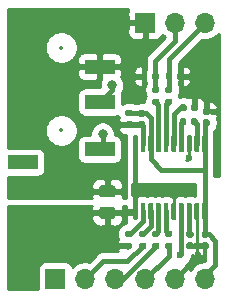
<source format=gbr>
%TF.GenerationSoftware,KiCad,Pcbnew,(5.1.8)-1*%
%TF.CreationDate,2021-11-13T21:13:11+08:00*%
%TF.ProjectId,pcm5102a,70636d35-3130-4326-912e-6b696361645f,rev?*%
%TF.SameCoordinates,Original*%
%TF.FileFunction,Copper,L1,Top*%
%TF.FilePolarity,Positive*%
%FSLAX46Y46*%
G04 Gerber Fmt 4.6, Leading zero omitted, Abs format (unit mm)*
G04 Created by KiCad (PCBNEW (5.1.8)-1) date 2021-11-13 21:13:11*
%MOMM*%
%LPD*%
G01*
G04 APERTURE LIST*
%TA.AperFunction,ComponentPad*%
%ADD10O,1.700000X1.700000*%
%TD*%
%TA.AperFunction,ComponentPad*%
%ADD11R,1.700000X1.700000*%
%TD*%
%TA.AperFunction,SMDPad,CuDef*%
%ADD12R,2.500000X1.200000*%
%TD*%
%TA.AperFunction,ViaPad*%
%ADD13C,0.600000*%
%TD*%
%TA.AperFunction,ViaPad*%
%ADD14C,0.800000*%
%TD*%
%TA.AperFunction,Conductor*%
%ADD15C,0.400000*%
%TD*%
%TA.AperFunction,Conductor*%
%ADD16C,0.250000*%
%TD*%
%TA.AperFunction,Conductor*%
%ADD17C,0.254000*%
%TD*%
%TA.AperFunction,Conductor*%
%ADD18C,0.350000*%
%TD*%
%ADD19C,0.300000*%
%ADD20C,0.350000*%
G04 APERTURE END LIST*
D10*
%TO.P,J3,3*%
%TO.N,/OL*%
X131080000Y-79500000D03*
%TO.P,J3,2*%
%TO.N,/OR*%
X128540000Y-79500000D03*
D11*
%TO.P,J3,1*%
%TO.N,GNDA*%
X126000000Y-79500000D03*
%TD*%
D10*
%TO.P,J2,6*%
%TO.N,+3V3*%
X131100000Y-101200000D03*
%TO.P,J2,5*%
%TO.N,GND*%
X128560000Y-101200000D03*
%TO.P,J2,4*%
%TO.N,/LRCK*%
X126020000Y-101200000D03*
%TO.P,J2,3*%
%TO.N,/DIN*%
X123480000Y-101200000D03*
%TO.P,J2,2*%
%TO.N,/BCK*%
X120940000Y-101200000D03*
D11*
%TO.P,J2,1*%
%TO.N,/MUTE*%
X118400000Y-101200000D03*
%TD*%
%TO.P,R7,2*%
%TO.N,Net-(R7-Pad2)*%
%TA.AperFunction,SMDPad,CuDef*%
G36*
G01*
X124785000Y-97660000D02*
X124415000Y-97660000D01*
G75*
G02*
X124280000Y-97525000I0J135000D01*
G01*
X124280000Y-97255000D01*
G75*
G02*
X124415000Y-97120000I135000J0D01*
G01*
X124785000Y-97120000D01*
G75*
G02*
X124920000Y-97255000I0J-135000D01*
G01*
X124920000Y-97525000D01*
G75*
G02*
X124785000Y-97660000I-135000J0D01*
G01*
G37*
%TD.AperFunction*%
%TO.P,R7,1*%
%TO.N,GND*%
%TA.AperFunction,SMDPad,CuDef*%
G36*
G01*
X124785000Y-98680000D02*
X124415000Y-98680000D01*
G75*
G02*
X124280000Y-98545000I0J135000D01*
G01*
X124280000Y-98275000D01*
G75*
G02*
X124415000Y-98140000I135000J0D01*
G01*
X124785000Y-98140000D01*
G75*
G02*
X124920000Y-98275000I0J-135000D01*
G01*
X124920000Y-98545000D01*
G75*
G02*
X124785000Y-98680000I-135000J0D01*
G01*
G37*
%TD.AperFunction*%
%TD*%
%TO.P,R6,2*%
%TO.N,GNDA*%
%TA.AperFunction,SMDPad,CuDef*%
G36*
G01*
X123250002Y-94300000D02*
X122349998Y-94300000D01*
G75*
G02*
X122100000Y-94050002I0J249998D01*
G01*
X122100000Y-93524998D01*
G75*
G02*
X122349998Y-93275000I249998J0D01*
G01*
X123250002Y-93275000D01*
G75*
G02*
X123500000Y-93524998I0J-249998D01*
G01*
X123500000Y-94050002D01*
G75*
G02*
X123250002Y-94300000I-249998J0D01*
G01*
G37*
%TD.AperFunction*%
%TO.P,R6,1*%
%TO.N,GND*%
%TA.AperFunction,SMDPad,CuDef*%
G36*
G01*
X123250002Y-96125000D02*
X122349998Y-96125000D01*
G75*
G02*
X122100000Y-95875002I0J249998D01*
G01*
X122100000Y-95349998D01*
G75*
G02*
X122349998Y-95100000I249998J0D01*
G01*
X123250002Y-95100000D01*
G75*
G02*
X123500000Y-95349998I0J-249998D01*
G01*
X123500000Y-95875002D01*
G75*
G02*
X123250002Y-96125000I-249998J0D01*
G01*
G37*
%TD.AperFunction*%
%TD*%
D12*
%TO.P,J1,R2*%
%TO.N,GNDA*%
X122150000Y-83225000D03*
%TO.P,J1,R1*%
%TO.N,/OR*%
X122150000Y-86225000D03*
%TO.P,J1,T*%
%TO.N,/OL*%
X122150000Y-90225000D03*
%TO.P,J1,S*%
%TO.N,N/C*%
X115650000Y-91325000D03*
%TD*%
%TO.P,U1,20*%
%TO.N,+3V3*%
%TA.AperFunction,SMDPad,CuDef*%
G36*
G01*
X130935000Y-94745000D02*
X131135000Y-94745000D01*
G75*
G02*
X131235000Y-94845000I0J-100000D01*
G01*
X131235000Y-96120000D01*
G75*
G02*
X131135000Y-96220000I-100000J0D01*
G01*
X130935000Y-96220000D01*
G75*
G02*
X130835000Y-96120000I0J100000D01*
G01*
X130835000Y-94845000D01*
G75*
G02*
X130935000Y-94745000I100000J0D01*
G01*
G37*
%TD.AperFunction*%
%TO.P,U1,19*%
%TO.N,GND*%
%TA.AperFunction,SMDPad,CuDef*%
G36*
G01*
X130285000Y-94745000D02*
X130485000Y-94745000D01*
G75*
G02*
X130585000Y-94845000I0J-100000D01*
G01*
X130585000Y-96120000D01*
G75*
G02*
X130485000Y-96220000I-100000J0D01*
G01*
X130285000Y-96220000D01*
G75*
G02*
X130185000Y-96120000I0J100000D01*
G01*
X130185000Y-94845000D01*
G75*
G02*
X130285000Y-94745000I100000J0D01*
G01*
G37*
%TD.AperFunction*%
%TO.P,U1,18*%
%TO.N,Net-(C3-Pad2)*%
%TA.AperFunction,SMDPad,CuDef*%
G36*
G01*
X129635000Y-94745000D02*
X129835000Y-94745000D01*
G75*
G02*
X129935000Y-94845000I0J-100000D01*
G01*
X129935000Y-96120000D01*
G75*
G02*
X129835000Y-96220000I-100000J0D01*
G01*
X129635000Y-96220000D01*
G75*
G02*
X129535000Y-96120000I0J100000D01*
G01*
X129535000Y-94845000D01*
G75*
G02*
X129635000Y-94745000I100000J0D01*
G01*
G37*
%TD.AperFunction*%
%TO.P,U1,17*%
%TO.N,/MUTE*%
%TA.AperFunction,SMDPad,CuDef*%
G36*
G01*
X128985000Y-94745000D02*
X129185000Y-94745000D01*
G75*
G02*
X129285000Y-94845000I0J-100000D01*
G01*
X129285000Y-96120000D01*
G75*
G02*
X129185000Y-96220000I-100000J0D01*
G01*
X128985000Y-96220000D01*
G75*
G02*
X128885000Y-96120000I0J100000D01*
G01*
X128885000Y-94845000D01*
G75*
G02*
X128985000Y-94745000I100000J0D01*
G01*
G37*
%TD.AperFunction*%
%TO.P,U1,16*%
%TO.N,GND*%
%TA.AperFunction,SMDPad,CuDef*%
G36*
G01*
X128335000Y-94745000D02*
X128535000Y-94745000D01*
G75*
G02*
X128635000Y-94845000I0J-100000D01*
G01*
X128635000Y-96120000D01*
G75*
G02*
X128535000Y-96220000I-100000J0D01*
G01*
X128335000Y-96220000D01*
G75*
G02*
X128235000Y-96120000I0J100000D01*
G01*
X128235000Y-94845000D01*
G75*
G02*
X128335000Y-94745000I100000J0D01*
G01*
G37*
%TD.AperFunction*%
%TO.P,U1,15*%
%TO.N,Net-(R2-Pad2)*%
%TA.AperFunction,SMDPad,CuDef*%
G36*
G01*
X127685000Y-94745000D02*
X127885000Y-94745000D01*
G75*
G02*
X127985000Y-94845000I0J-100000D01*
G01*
X127985000Y-96120000D01*
G75*
G02*
X127885000Y-96220000I-100000J0D01*
G01*
X127685000Y-96220000D01*
G75*
G02*
X127585000Y-96120000I0J100000D01*
G01*
X127585000Y-94845000D01*
G75*
G02*
X127685000Y-94745000I100000J0D01*
G01*
G37*
%TD.AperFunction*%
%TO.P,U1,14*%
%TO.N,Net-(R4-Pad2)*%
%TA.AperFunction,SMDPad,CuDef*%
G36*
G01*
X127035000Y-94745000D02*
X127235000Y-94745000D01*
G75*
G02*
X127335000Y-94845000I0J-100000D01*
G01*
X127335000Y-96120000D01*
G75*
G02*
X127235000Y-96220000I-100000J0D01*
G01*
X127035000Y-96220000D01*
G75*
G02*
X126935000Y-96120000I0J100000D01*
G01*
X126935000Y-94845000D01*
G75*
G02*
X127035000Y-94745000I100000J0D01*
G01*
G37*
%TD.AperFunction*%
%TO.P,U1,13*%
%TO.N,Net-(R5-Pad2)*%
%TA.AperFunction,SMDPad,CuDef*%
G36*
G01*
X126385000Y-94745000D02*
X126585000Y-94745000D01*
G75*
G02*
X126685000Y-94845000I0J-100000D01*
G01*
X126685000Y-96120000D01*
G75*
G02*
X126585000Y-96220000I-100000J0D01*
G01*
X126385000Y-96220000D01*
G75*
G02*
X126285000Y-96120000I0J100000D01*
G01*
X126285000Y-94845000D01*
G75*
G02*
X126385000Y-94745000I100000J0D01*
G01*
G37*
%TD.AperFunction*%
%TO.P,U1,12*%
%TO.N,Net-(R7-Pad2)*%
%TA.AperFunction,SMDPad,CuDef*%
G36*
G01*
X125735000Y-94745000D02*
X125935000Y-94745000D01*
G75*
G02*
X126035000Y-94845000I0J-100000D01*
G01*
X126035000Y-96120000D01*
G75*
G02*
X125935000Y-96220000I-100000J0D01*
G01*
X125735000Y-96220000D01*
G75*
G02*
X125635000Y-96120000I0J100000D01*
G01*
X125635000Y-94845000D01*
G75*
G02*
X125735000Y-94745000I100000J0D01*
G01*
G37*
%TD.AperFunction*%
%TO.P,U1,11*%
%TO.N,GND*%
%TA.AperFunction,SMDPad,CuDef*%
G36*
G01*
X125085000Y-94745000D02*
X125285000Y-94745000D01*
G75*
G02*
X125385000Y-94845000I0J-100000D01*
G01*
X125385000Y-96120000D01*
G75*
G02*
X125285000Y-96220000I-100000J0D01*
G01*
X125085000Y-96220000D01*
G75*
G02*
X124985000Y-96120000I0J100000D01*
G01*
X124985000Y-94845000D01*
G75*
G02*
X125085000Y-94745000I100000J0D01*
G01*
G37*
%TD.AperFunction*%
%TO.P,U1,10*%
%TA.AperFunction,SMDPad,CuDef*%
G36*
G01*
X125085000Y-89020000D02*
X125285000Y-89020000D01*
G75*
G02*
X125385000Y-89120000I0J-100000D01*
G01*
X125385000Y-90395000D01*
G75*
G02*
X125285000Y-90495000I-100000J0D01*
G01*
X125085000Y-90495000D01*
G75*
G02*
X124985000Y-90395000I0J100000D01*
G01*
X124985000Y-89120000D01*
G75*
G02*
X125085000Y-89020000I100000J0D01*
G01*
G37*
%TD.AperFunction*%
%TO.P,U1,9*%
%TO.N,GNDA*%
%TA.AperFunction,SMDPad,CuDef*%
G36*
G01*
X125735000Y-89020000D02*
X125935000Y-89020000D01*
G75*
G02*
X126035000Y-89120000I0J-100000D01*
G01*
X126035000Y-90395000D01*
G75*
G02*
X125935000Y-90495000I-100000J0D01*
G01*
X125735000Y-90495000D01*
G75*
G02*
X125635000Y-90395000I0J100000D01*
G01*
X125635000Y-89120000D01*
G75*
G02*
X125735000Y-89020000I100000J0D01*
G01*
G37*
%TD.AperFunction*%
%TO.P,U1,8*%
%TO.N,+3V3*%
%TA.AperFunction,SMDPad,CuDef*%
G36*
G01*
X126385000Y-89020000D02*
X126585000Y-89020000D01*
G75*
G02*
X126685000Y-89120000I0J-100000D01*
G01*
X126685000Y-90395000D01*
G75*
G02*
X126585000Y-90495000I-100000J0D01*
G01*
X126385000Y-90495000D01*
G75*
G02*
X126285000Y-90395000I0J100000D01*
G01*
X126285000Y-89120000D01*
G75*
G02*
X126385000Y-89020000I100000J0D01*
G01*
G37*
%TD.AperFunction*%
%TO.P,U1,7*%
%TO.N,Net-(R3-Pad1)*%
%TA.AperFunction,SMDPad,CuDef*%
G36*
G01*
X127035000Y-89020000D02*
X127235000Y-89020000D01*
G75*
G02*
X127335000Y-89120000I0J-100000D01*
G01*
X127335000Y-90395000D01*
G75*
G02*
X127235000Y-90495000I-100000J0D01*
G01*
X127035000Y-90495000D01*
G75*
G02*
X126935000Y-90395000I0J100000D01*
G01*
X126935000Y-89120000D01*
G75*
G02*
X127035000Y-89020000I100000J0D01*
G01*
G37*
%TD.AperFunction*%
%TO.P,U1,6*%
%TO.N,Net-(R1-Pad1)*%
%TA.AperFunction,SMDPad,CuDef*%
G36*
G01*
X127685000Y-89020000D02*
X127885000Y-89020000D01*
G75*
G02*
X127985000Y-89120000I0J-100000D01*
G01*
X127985000Y-90395000D01*
G75*
G02*
X127885000Y-90495000I-100000J0D01*
G01*
X127685000Y-90495000D01*
G75*
G02*
X127585000Y-90395000I0J100000D01*
G01*
X127585000Y-89120000D01*
G75*
G02*
X127685000Y-89020000I100000J0D01*
G01*
G37*
%TD.AperFunction*%
%TO.P,U1,5*%
%TO.N,Net-(C6-Pad1)*%
%TA.AperFunction,SMDPad,CuDef*%
G36*
G01*
X128335000Y-89020000D02*
X128535000Y-89020000D01*
G75*
G02*
X128635000Y-89120000I0J-100000D01*
G01*
X128635000Y-90395000D01*
G75*
G02*
X128535000Y-90495000I-100000J0D01*
G01*
X128335000Y-90495000D01*
G75*
G02*
X128235000Y-90395000I0J100000D01*
G01*
X128235000Y-89120000D01*
G75*
G02*
X128335000Y-89020000I100000J0D01*
G01*
G37*
%TD.AperFunction*%
%TO.P,U1,4*%
%TO.N,Net-(C4-Pad1)*%
%TA.AperFunction,SMDPad,CuDef*%
G36*
G01*
X128985000Y-89020000D02*
X129185000Y-89020000D01*
G75*
G02*
X129285000Y-89120000I0J-100000D01*
G01*
X129285000Y-90395000D01*
G75*
G02*
X129185000Y-90495000I-100000J0D01*
G01*
X128985000Y-90495000D01*
G75*
G02*
X128885000Y-90395000I0J100000D01*
G01*
X128885000Y-89120000D01*
G75*
G02*
X128985000Y-89020000I100000J0D01*
G01*
G37*
%TD.AperFunction*%
%TO.P,U1,3*%
%TO.N,GNDA*%
%TA.AperFunction,SMDPad,CuDef*%
G36*
G01*
X129635000Y-89020000D02*
X129835000Y-89020000D01*
G75*
G02*
X129935000Y-89120000I0J-100000D01*
G01*
X129935000Y-90395000D01*
G75*
G02*
X129835000Y-90495000I-100000J0D01*
G01*
X129635000Y-90495000D01*
G75*
G02*
X129535000Y-90395000I0J100000D01*
G01*
X129535000Y-89120000D01*
G75*
G02*
X129635000Y-89020000I100000J0D01*
G01*
G37*
%TD.AperFunction*%
%TO.P,U1,2*%
%TO.N,Net-(C4-Pad2)*%
%TA.AperFunction,SMDPad,CuDef*%
G36*
G01*
X130285000Y-89020000D02*
X130485000Y-89020000D01*
G75*
G02*
X130585000Y-89120000I0J-100000D01*
G01*
X130585000Y-90395000D01*
G75*
G02*
X130485000Y-90495000I-100000J0D01*
G01*
X130285000Y-90495000D01*
G75*
G02*
X130185000Y-90395000I0J100000D01*
G01*
X130185000Y-89120000D01*
G75*
G02*
X130285000Y-89020000I100000J0D01*
G01*
G37*
%TD.AperFunction*%
%TO.P,U1,1*%
%TO.N,+3V3*%
%TA.AperFunction,SMDPad,CuDef*%
G36*
G01*
X130935000Y-89020000D02*
X131135000Y-89020000D01*
G75*
G02*
X131235000Y-89120000I0J-100000D01*
G01*
X131235000Y-90395000D01*
G75*
G02*
X131135000Y-90495000I-100000J0D01*
G01*
X130935000Y-90495000D01*
G75*
G02*
X130835000Y-90395000I0J100000D01*
G01*
X130835000Y-89120000D01*
G75*
G02*
X130935000Y-89020000I100000J0D01*
G01*
G37*
%TD.AperFunction*%
%TD*%
%TO.P,R5,2*%
%TO.N,Net-(R5-Pad2)*%
%TA.AperFunction,SMDPad,CuDef*%
G36*
G01*
X125985000Y-97660000D02*
X125615000Y-97660000D01*
G75*
G02*
X125480000Y-97525000I0J135000D01*
G01*
X125480000Y-97255000D01*
G75*
G02*
X125615000Y-97120000I135000J0D01*
G01*
X125985000Y-97120000D01*
G75*
G02*
X126120000Y-97255000I0J-135000D01*
G01*
X126120000Y-97525000D01*
G75*
G02*
X125985000Y-97660000I-135000J0D01*
G01*
G37*
%TD.AperFunction*%
%TO.P,R5,1*%
%TO.N,/BCK*%
%TA.AperFunction,SMDPad,CuDef*%
G36*
G01*
X125985000Y-98680000D02*
X125615000Y-98680000D01*
G75*
G02*
X125480000Y-98545000I0J135000D01*
G01*
X125480000Y-98275000D01*
G75*
G02*
X125615000Y-98140000I135000J0D01*
G01*
X125985000Y-98140000D01*
G75*
G02*
X126120000Y-98275000I0J-135000D01*
G01*
X126120000Y-98545000D01*
G75*
G02*
X125985000Y-98680000I-135000J0D01*
G01*
G37*
%TD.AperFunction*%
%TD*%
%TO.P,R4,2*%
%TO.N,Net-(R4-Pad2)*%
%TA.AperFunction,SMDPad,CuDef*%
G36*
G01*
X127085000Y-97660000D02*
X126715000Y-97660000D01*
G75*
G02*
X126580000Y-97525000I0J135000D01*
G01*
X126580000Y-97255000D01*
G75*
G02*
X126715000Y-97120000I135000J0D01*
G01*
X127085000Y-97120000D01*
G75*
G02*
X127220000Y-97255000I0J-135000D01*
G01*
X127220000Y-97525000D01*
G75*
G02*
X127085000Y-97660000I-135000J0D01*
G01*
G37*
%TD.AperFunction*%
%TO.P,R4,1*%
%TO.N,/DIN*%
%TA.AperFunction,SMDPad,CuDef*%
G36*
G01*
X127085000Y-98680000D02*
X126715000Y-98680000D01*
G75*
G02*
X126580000Y-98545000I0J135000D01*
G01*
X126580000Y-98275000D01*
G75*
G02*
X126715000Y-98140000I135000J0D01*
G01*
X127085000Y-98140000D01*
G75*
G02*
X127220000Y-98275000I0J-135000D01*
G01*
X127220000Y-98545000D01*
G75*
G02*
X127085000Y-98680000I-135000J0D01*
G01*
G37*
%TD.AperFunction*%
%TD*%
%TO.P,R3,2*%
%TO.N,/OR*%
%TA.AperFunction,SMDPad,CuDef*%
G36*
G01*
X127085000Y-85460000D02*
X126715000Y-85460000D01*
G75*
G02*
X126580000Y-85325000I0J135000D01*
G01*
X126580000Y-85055000D01*
G75*
G02*
X126715000Y-84920000I135000J0D01*
G01*
X127085000Y-84920000D01*
G75*
G02*
X127220000Y-85055000I0J-135000D01*
G01*
X127220000Y-85325000D01*
G75*
G02*
X127085000Y-85460000I-135000J0D01*
G01*
G37*
%TD.AperFunction*%
%TO.P,R3,1*%
%TO.N,Net-(R3-Pad1)*%
%TA.AperFunction,SMDPad,CuDef*%
G36*
G01*
X127085000Y-86480000D02*
X126715000Y-86480000D01*
G75*
G02*
X126580000Y-86345000I0J135000D01*
G01*
X126580000Y-86075000D01*
G75*
G02*
X126715000Y-85940000I135000J0D01*
G01*
X127085000Y-85940000D01*
G75*
G02*
X127220000Y-86075000I0J-135000D01*
G01*
X127220000Y-86345000D01*
G75*
G02*
X127085000Y-86480000I-135000J0D01*
G01*
G37*
%TD.AperFunction*%
%TD*%
%TO.P,R2,2*%
%TO.N,Net-(R2-Pad2)*%
%TA.AperFunction,SMDPad,CuDef*%
G36*
G01*
X128185000Y-97660000D02*
X127815000Y-97660000D01*
G75*
G02*
X127680000Y-97525000I0J135000D01*
G01*
X127680000Y-97255000D01*
G75*
G02*
X127815000Y-97120000I135000J0D01*
G01*
X128185000Y-97120000D01*
G75*
G02*
X128320000Y-97255000I0J-135000D01*
G01*
X128320000Y-97525000D01*
G75*
G02*
X128185000Y-97660000I-135000J0D01*
G01*
G37*
%TD.AperFunction*%
%TO.P,R2,1*%
%TO.N,/LRCK*%
%TA.AperFunction,SMDPad,CuDef*%
G36*
G01*
X128185000Y-98680000D02*
X127815000Y-98680000D01*
G75*
G02*
X127680000Y-98545000I0J135000D01*
G01*
X127680000Y-98275000D01*
G75*
G02*
X127815000Y-98140000I135000J0D01*
G01*
X128185000Y-98140000D01*
G75*
G02*
X128320000Y-98275000I0J-135000D01*
G01*
X128320000Y-98545000D01*
G75*
G02*
X128185000Y-98680000I-135000J0D01*
G01*
G37*
%TD.AperFunction*%
%TD*%
%TO.P,R1,2*%
%TO.N,/OL*%
%TA.AperFunction,SMDPad,CuDef*%
G36*
G01*
X128185000Y-85460000D02*
X127815000Y-85460000D01*
G75*
G02*
X127680000Y-85325000I0J135000D01*
G01*
X127680000Y-85055000D01*
G75*
G02*
X127815000Y-84920000I135000J0D01*
G01*
X128185000Y-84920000D01*
G75*
G02*
X128320000Y-85055000I0J-135000D01*
G01*
X128320000Y-85325000D01*
G75*
G02*
X128185000Y-85460000I-135000J0D01*
G01*
G37*
%TD.AperFunction*%
%TO.P,R1,1*%
%TO.N,Net-(R1-Pad1)*%
%TA.AperFunction,SMDPad,CuDef*%
G36*
G01*
X128185000Y-86480000D02*
X127815000Y-86480000D01*
G75*
G02*
X127680000Y-86345000I0J135000D01*
G01*
X127680000Y-86075000D01*
G75*
G02*
X127815000Y-85940000I135000J0D01*
G01*
X128185000Y-85940000D01*
G75*
G02*
X128320000Y-86075000I0J-135000D01*
G01*
X128320000Y-86345000D01*
G75*
G02*
X128185000Y-86480000I-135000J0D01*
G01*
G37*
%TD.AperFunction*%
%TD*%
%TO.P,C9,2*%
%TO.N,+3V3*%
%TA.AperFunction,SMDPad,CuDef*%
G36*
G01*
X124820000Y-87430000D02*
X124480000Y-87430000D01*
G75*
G02*
X124340000Y-87290000I0J140000D01*
G01*
X124340000Y-87010000D01*
G75*
G02*
X124480000Y-86870000I140000J0D01*
G01*
X124820000Y-86870000D01*
G75*
G02*
X124960000Y-87010000I0J-140000D01*
G01*
X124960000Y-87290000D01*
G75*
G02*
X124820000Y-87430000I-140000J0D01*
G01*
G37*
%TD.AperFunction*%
%TO.P,C9,1*%
%TO.N,GNDA*%
%TA.AperFunction,SMDPad,CuDef*%
G36*
G01*
X124820000Y-88390000D02*
X124480000Y-88390000D01*
G75*
G02*
X124340000Y-88250000I0J140000D01*
G01*
X124340000Y-87970000D01*
G75*
G02*
X124480000Y-87830000I140000J0D01*
G01*
X124820000Y-87830000D01*
G75*
G02*
X124960000Y-87970000I0J-140000D01*
G01*
X124960000Y-88250000D01*
G75*
G02*
X124820000Y-88390000I-140000J0D01*
G01*
G37*
%TD.AperFunction*%
%TD*%
%TO.P,C8,2*%
%TO.N,+3V3*%
%TA.AperFunction,SMDPad,CuDef*%
G36*
G01*
X125870000Y-87450000D02*
X125530000Y-87450000D01*
G75*
G02*
X125390000Y-87310000I0J140000D01*
G01*
X125390000Y-87030000D01*
G75*
G02*
X125530000Y-86890000I140000J0D01*
G01*
X125870000Y-86890000D01*
G75*
G02*
X126010000Y-87030000I0J-140000D01*
G01*
X126010000Y-87310000D01*
G75*
G02*
X125870000Y-87450000I-140000J0D01*
G01*
G37*
%TD.AperFunction*%
%TO.P,C8,1*%
%TO.N,GNDA*%
%TA.AperFunction,SMDPad,CuDef*%
G36*
G01*
X125870000Y-88410000D02*
X125530000Y-88410000D01*
G75*
G02*
X125390000Y-88270000I0J140000D01*
G01*
X125390000Y-87990000D01*
G75*
G02*
X125530000Y-87850000I140000J0D01*
G01*
X125870000Y-87850000D01*
G75*
G02*
X126010000Y-87990000I0J-140000D01*
G01*
X126010000Y-88270000D01*
G75*
G02*
X125870000Y-88410000I-140000J0D01*
G01*
G37*
%TD.AperFunction*%
%TD*%
%TO.P,C7,2*%
%TO.N,GNDA*%
%TA.AperFunction,SMDPad,CuDef*%
G36*
G01*
X126200000Y-83880000D02*
X126200000Y-84220000D01*
G75*
G02*
X126060000Y-84360000I-140000J0D01*
G01*
X125780000Y-84360000D01*
G75*
G02*
X125640000Y-84220000I0J140000D01*
G01*
X125640000Y-83880000D01*
G75*
G02*
X125780000Y-83740000I140000J0D01*
G01*
X126060000Y-83740000D01*
G75*
G02*
X126200000Y-83880000I0J-140000D01*
G01*
G37*
%TD.AperFunction*%
%TO.P,C7,1*%
%TO.N,/OR*%
%TA.AperFunction,SMDPad,CuDef*%
G36*
G01*
X127160000Y-83880000D02*
X127160000Y-84220000D01*
G75*
G02*
X127020000Y-84360000I-140000J0D01*
G01*
X126740000Y-84360000D01*
G75*
G02*
X126600000Y-84220000I0J140000D01*
G01*
X126600000Y-83880000D01*
G75*
G02*
X126740000Y-83740000I140000J0D01*
G01*
X127020000Y-83740000D01*
G75*
G02*
X127160000Y-83880000I0J-140000D01*
G01*
G37*
%TD.AperFunction*%
%TD*%
%TO.P,C6,2*%
%TO.N,GNDA*%
%TA.AperFunction,SMDPad,CuDef*%
G36*
G01*
X129920000Y-86870000D02*
X129920000Y-86530000D01*
G75*
G02*
X130060000Y-86390000I140000J0D01*
G01*
X130340000Y-86390000D01*
G75*
G02*
X130480000Y-86530000I0J-140000D01*
G01*
X130480000Y-86870000D01*
G75*
G02*
X130340000Y-87010000I-140000J0D01*
G01*
X130060000Y-87010000D01*
G75*
G02*
X129920000Y-86870000I0J140000D01*
G01*
G37*
%TD.AperFunction*%
%TO.P,C6,1*%
%TO.N,Net-(C6-Pad1)*%
%TA.AperFunction,SMDPad,CuDef*%
G36*
G01*
X128960000Y-86870000D02*
X128960000Y-86530000D01*
G75*
G02*
X129100000Y-86390000I140000J0D01*
G01*
X129380000Y-86390000D01*
G75*
G02*
X129520000Y-86530000I0J-140000D01*
G01*
X129520000Y-86870000D01*
G75*
G02*
X129380000Y-87010000I-140000J0D01*
G01*
X129100000Y-87010000D01*
G75*
G02*
X128960000Y-86870000I0J140000D01*
G01*
G37*
%TD.AperFunction*%
%TD*%
%TO.P,C5,2*%
%TO.N,/OL*%
%TA.AperFunction,SMDPad,CuDef*%
G36*
G01*
X128300000Y-83880000D02*
X128300000Y-84220000D01*
G75*
G02*
X128160000Y-84360000I-140000J0D01*
G01*
X127880000Y-84360000D01*
G75*
G02*
X127740000Y-84220000I0J140000D01*
G01*
X127740000Y-83880000D01*
G75*
G02*
X127880000Y-83740000I140000J0D01*
G01*
X128160000Y-83740000D01*
G75*
G02*
X128300000Y-83880000I0J-140000D01*
G01*
G37*
%TD.AperFunction*%
%TO.P,C5,1*%
%TO.N,GNDA*%
%TA.AperFunction,SMDPad,CuDef*%
G36*
G01*
X129260000Y-83880000D02*
X129260000Y-84220000D01*
G75*
G02*
X129120000Y-84360000I-140000J0D01*
G01*
X128840000Y-84360000D01*
G75*
G02*
X128700000Y-84220000I0J140000D01*
G01*
X128700000Y-83880000D01*
G75*
G02*
X128840000Y-83740000I140000J0D01*
G01*
X129120000Y-83740000D01*
G75*
G02*
X129260000Y-83880000I0J-140000D01*
G01*
G37*
%TD.AperFunction*%
%TD*%
%TO.P,C4,2*%
%TO.N,Net-(C4-Pad2)*%
%TA.AperFunction,SMDPad,CuDef*%
G36*
G01*
X129900000Y-88070000D02*
X129900000Y-87730000D01*
G75*
G02*
X130040000Y-87590000I140000J0D01*
G01*
X130320000Y-87590000D01*
G75*
G02*
X130460000Y-87730000I0J-140000D01*
G01*
X130460000Y-88070000D01*
G75*
G02*
X130320000Y-88210000I-140000J0D01*
G01*
X130040000Y-88210000D01*
G75*
G02*
X129900000Y-88070000I0J140000D01*
G01*
G37*
%TD.AperFunction*%
%TO.P,C4,1*%
%TO.N,Net-(C4-Pad1)*%
%TA.AperFunction,SMDPad,CuDef*%
G36*
G01*
X128940000Y-88070000D02*
X128940000Y-87730000D01*
G75*
G02*
X129080000Y-87590000I140000J0D01*
G01*
X129360000Y-87590000D01*
G75*
G02*
X129500000Y-87730000I0J-140000D01*
G01*
X129500000Y-88070000D01*
G75*
G02*
X129360000Y-88210000I-140000J0D01*
G01*
X129080000Y-88210000D01*
G75*
G02*
X128940000Y-88070000I0J140000D01*
G01*
G37*
%TD.AperFunction*%
%TD*%
%TO.P,C3,2*%
%TO.N,Net-(C3-Pad2)*%
%TA.AperFunction,SMDPad,CuDef*%
G36*
G01*
X129970000Y-97700000D02*
X129630000Y-97700000D01*
G75*
G02*
X129490000Y-97560000I0J140000D01*
G01*
X129490000Y-97280000D01*
G75*
G02*
X129630000Y-97140000I140000J0D01*
G01*
X129970000Y-97140000D01*
G75*
G02*
X130110000Y-97280000I0J-140000D01*
G01*
X130110000Y-97560000D01*
G75*
G02*
X129970000Y-97700000I-140000J0D01*
G01*
G37*
%TD.AperFunction*%
%TO.P,C3,1*%
%TO.N,GND*%
%TA.AperFunction,SMDPad,CuDef*%
G36*
G01*
X129970000Y-98660000D02*
X129630000Y-98660000D01*
G75*
G02*
X129490000Y-98520000I0J140000D01*
G01*
X129490000Y-98240000D01*
G75*
G02*
X129630000Y-98100000I140000J0D01*
G01*
X129970000Y-98100000D01*
G75*
G02*
X130110000Y-98240000I0J-140000D01*
G01*
X130110000Y-98520000D01*
G75*
G02*
X129970000Y-98660000I-140000J0D01*
G01*
G37*
%TD.AperFunction*%
%TD*%
%TO.P,C2,2*%
%TO.N,+3V3*%
%TA.AperFunction,SMDPad,CuDef*%
G36*
G01*
X131270000Y-97700000D02*
X130930000Y-97700000D01*
G75*
G02*
X130790000Y-97560000I0J140000D01*
G01*
X130790000Y-97280000D01*
G75*
G02*
X130930000Y-97140000I140000J0D01*
G01*
X131270000Y-97140000D01*
G75*
G02*
X131410000Y-97280000I0J-140000D01*
G01*
X131410000Y-97560000D01*
G75*
G02*
X131270000Y-97700000I-140000J0D01*
G01*
G37*
%TD.AperFunction*%
%TO.P,C2,1*%
%TO.N,GND*%
%TA.AperFunction,SMDPad,CuDef*%
G36*
G01*
X131270000Y-98660000D02*
X130930000Y-98660000D01*
G75*
G02*
X130790000Y-98520000I0J140000D01*
G01*
X130790000Y-98240000D01*
G75*
G02*
X130930000Y-98100000I140000J0D01*
G01*
X131270000Y-98100000D01*
G75*
G02*
X131410000Y-98240000I0J-140000D01*
G01*
X131410000Y-98520000D01*
G75*
G02*
X131270000Y-98660000I-140000J0D01*
G01*
G37*
%TD.AperFunction*%
%TD*%
%TO.P,C1,2*%
%TO.N,GNDA*%
%TA.AperFunction,SMDPad,CuDef*%
G36*
G01*
X131370000Y-87300000D02*
X131030000Y-87300000D01*
G75*
G02*
X130890000Y-87160000I0J140000D01*
G01*
X130890000Y-86880000D01*
G75*
G02*
X131030000Y-86740000I140000J0D01*
G01*
X131370000Y-86740000D01*
G75*
G02*
X131510000Y-86880000I0J-140000D01*
G01*
X131510000Y-87160000D01*
G75*
G02*
X131370000Y-87300000I-140000J0D01*
G01*
G37*
%TD.AperFunction*%
%TO.P,C1,1*%
%TO.N,+3V3*%
%TA.AperFunction,SMDPad,CuDef*%
G36*
G01*
X131370000Y-88260000D02*
X131030000Y-88260000D01*
G75*
G02*
X130890000Y-88120000I0J140000D01*
G01*
X130890000Y-87840000D01*
G75*
G02*
X131030000Y-87700000I140000J0D01*
G01*
X131370000Y-87700000D01*
G75*
G02*
X131510000Y-87840000I0J-140000D01*
G01*
X131510000Y-88120000D01*
G75*
G02*
X131370000Y-88260000I-140000J0D01*
G01*
G37*
%TD.AperFunction*%
%TD*%
D13*
%TO.N,GNDA*%
X129700000Y-91000000D03*
X130000000Y-84000000D03*
X125100000Y-84100000D03*
%TO.N,GND*%
X130500000Y-99200000D03*
X121200000Y-95600000D03*
X128400000Y-94100000D03*
%TO.N,/MUTE*%
X129000000Y-99200000D03*
D14*
%TO.N,/OL*%
X122400000Y-88900000D03*
%TO.N,/OR*%
X123200000Y-84800000D03*
%TD*%
D15*
%TO.N,GNDA*%
X125680000Y-88110000D02*
X125700000Y-88130000D01*
X124650000Y-88110000D02*
X125680000Y-88110000D01*
X125835000Y-88265000D02*
X125700000Y-88130000D01*
X125835000Y-89757500D02*
X125835000Y-88265000D01*
D16*
X129735000Y-90965000D02*
X129700000Y-91000000D01*
X129735000Y-89757500D02*
X129735000Y-90965000D01*
X129950000Y-84050000D02*
X130000000Y-84000000D01*
X128980000Y-84050000D02*
X129950000Y-84050000D01*
X125150000Y-84050000D02*
X125100000Y-84100000D01*
X125920000Y-84050000D02*
X125150000Y-84050000D01*
D15*
%TO.N,+3V3*%
X131035000Y-97355000D02*
X131100000Y-97420000D01*
X131035000Y-95482500D02*
X131035000Y-97355000D01*
X131035000Y-88145000D02*
X131200000Y-87980000D01*
X131035000Y-89757500D02*
X131035000Y-88145000D01*
X125680000Y-87150000D02*
X125700000Y-87170000D01*
X124650000Y-87150000D02*
X125680000Y-87150000D01*
X126120000Y-87170000D02*
X126485000Y-87535000D01*
X126485000Y-87535000D02*
X126485000Y-89757500D01*
X125700000Y-87170000D02*
X126120000Y-87170000D01*
X131949999Y-100050001D02*
X131100000Y-100900000D01*
X131949999Y-97959999D02*
X131949999Y-100050001D01*
X131410000Y-97420000D02*
X131949999Y-97959999D01*
X131100000Y-97420000D02*
X131410000Y-97420000D01*
X131035000Y-91965000D02*
X131035000Y-95482500D01*
X131035000Y-89757500D02*
X131035000Y-91965000D01*
X127365000Y-91965000D02*
X131035000Y-91965000D01*
X126485000Y-91085000D02*
X127365000Y-91965000D01*
X126485000Y-89757500D02*
X126485000Y-91085000D01*
%TO.N,GND*%
X125185000Y-89757500D02*
X125185000Y-95482500D01*
D16*
X130435010Y-99135010D02*
X130500000Y-99200000D01*
X130435010Y-95532510D02*
X130435010Y-99135010D01*
X130385000Y-95482500D02*
X130435010Y-95532510D01*
X121212500Y-95612500D02*
X121200000Y-95600000D01*
X122800000Y-95612500D02*
X121212500Y-95612500D01*
D15*
X130500000Y-99260000D02*
X128560000Y-101200000D01*
X130500000Y-99200000D02*
X130500000Y-99260000D01*
D16*
X128435000Y-94135000D02*
X128400000Y-94100000D01*
X128435000Y-95482500D02*
X128435000Y-94135000D01*
D15*
X125055000Y-95612500D02*
X125185000Y-95482500D01*
X122800000Y-95612500D02*
X125055000Y-95612500D01*
%TO.N,Net-(C3-Pad2)*%
X129735000Y-97355000D02*
X129800000Y-97420000D01*
X129735000Y-95482500D02*
X129735000Y-97355000D01*
%TO.N,Net-(C4-Pad1)*%
X129085000Y-88035000D02*
X129220000Y-87900000D01*
X129085000Y-89757500D02*
X129085000Y-88035000D01*
%TO.N,Net-(C6-Pad1)*%
X129000000Y-86700000D02*
X129240000Y-86700000D01*
X128435000Y-87265000D02*
X129000000Y-86700000D01*
X128435000Y-89757500D02*
X128435000Y-87265000D01*
%TO.N,Net-(R1-Pad1)*%
X127785000Y-86425000D02*
X128000000Y-86210000D01*
X127785000Y-89757500D02*
X127785000Y-86425000D01*
%TO.N,Net-(R2-Pad2)*%
X127785000Y-97175000D02*
X128000000Y-97390000D01*
X127785000Y-95482500D02*
X127785000Y-97175000D01*
%TO.N,Net-(R3-Pad1)*%
X127135000Y-86445000D02*
X126900000Y-86210000D01*
X127135000Y-89757500D02*
X127135000Y-86445000D01*
%TO.N,Net-(R4-Pad2)*%
X127135000Y-97155000D02*
X126900000Y-97390000D01*
X127135000Y-95482500D02*
X127135000Y-97155000D01*
%TO.N,Net-(R5-Pad2)*%
X126485000Y-96705000D02*
X125800000Y-97390000D01*
X126485000Y-95482500D02*
X126485000Y-96705000D01*
%TO.N,/LRCK*%
X128000000Y-99220000D02*
X126020000Y-101200000D01*
X128000000Y-98410000D02*
X128000000Y-99220000D01*
%TO.N,/DIN*%
X124110000Y-101200000D02*
X123480000Y-101200000D01*
X126900000Y-98410000D02*
X124110000Y-101200000D01*
%TO.N,/BCK*%
X122440000Y-99700000D02*
X120940000Y-101200000D01*
X124510000Y-99700000D02*
X122440000Y-99700000D01*
X125800000Y-98410000D02*
X124510000Y-99700000D01*
%TO.N,/MUTE*%
X129085000Y-99115000D02*
X129000000Y-99200000D01*
X129085000Y-95482500D02*
X129085000Y-99115000D01*
%TO.N,/OL*%
X128020000Y-85170000D02*
X128000000Y-85190000D01*
X128020000Y-84050000D02*
X128020000Y-85170000D01*
X128020000Y-82560000D02*
X131080000Y-79500000D01*
X128020000Y-84050000D02*
X128020000Y-82560000D01*
X122400000Y-89975000D02*
X122150000Y-90225000D01*
X122400000Y-88900000D02*
X122400000Y-89975000D01*
%TO.N,/OR*%
X126880000Y-85170000D02*
X126900000Y-85190000D01*
X126880000Y-84050000D02*
X126880000Y-85170000D01*
X126880000Y-82720000D02*
X126880000Y-84050000D01*
X128540000Y-81060000D02*
X126880000Y-82720000D01*
X128540000Y-79500000D02*
X128540000Y-81060000D01*
X123200000Y-85175000D02*
X122150000Y-86225000D01*
X123200000Y-84800000D02*
X123200000Y-85175000D01*
%TO.N,Net-(C4-Pad2)*%
X130385000Y-88105000D02*
X130180000Y-87900000D01*
X130385000Y-89757500D02*
X130385000Y-88105000D01*
%TO.N,Net-(R7-Pad2)*%
X124722124Y-97390000D02*
X124600000Y-97390000D01*
X125835000Y-96277124D02*
X124722124Y-97390000D01*
X125835000Y-95482500D02*
X125835000Y-96277124D01*
%TD*%
D17*
%TO.N,GNDA*%
X124560498Y-78405820D02*
X124524188Y-78525518D01*
X124511928Y-78650000D01*
X124515000Y-79214250D01*
X124673750Y-79373000D01*
X125873000Y-79373000D01*
X125873000Y-79353000D01*
X126127000Y-79353000D01*
X126127000Y-79373000D01*
X126147000Y-79373000D01*
X126147000Y-79627000D01*
X126127000Y-79627000D01*
X126127000Y-80826250D01*
X126285750Y-80985000D01*
X126850000Y-80988072D01*
X126974482Y-80975812D01*
X127094180Y-80939502D01*
X127204494Y-80880537D01*
X127301185Y-80801185D01*
X127380537Y-80704494D01*
X127439502Y-80594180D01*
X127461513Y-80521620D01*
X127593368Y-80653475D01*
X127696647Y-80722484D01*
X126318579Y-82100554D01*
X126286709Y-82126709D01*
X126194626Y-82238914D01*
X126182364Y-82253855D01*
X126104828Y-82398914D01*
X126057082Y-82556312D01*
X126040960Y-82720000D01*
X126045000Y-82761019D01*
X126045001Y-83537633D01*
X126021155Y-83582245D01*
X125976878Y-83728206D01*
X125961928Y-83880000D01*
X125961928Y-84220000D01*
X125976878Y-84371794D01*
X126021155Y-84517755D01*
X126045000Y-84562367D01*
X126045001Y-84676417D01*
X126000775Y-84759158D01*
X125956782Y-84904181D01*
X125941928Y-85055000D01*
X125941928Y-85325000D01*
X125956782Y-85475819D01*
X126000775Y-85620842D01*
X126043086Y-85700000D01*
X126000775Y-85779158D01*
X125956782Y-85924181D01*
X125941928Y-86075000D01*
X125941928Y-86259012D01*
X125870000Y-86251928D01*
X125530000Y-86251928D01*
X125378206Y-86266878D01*
X125232245Y-86311155D01*
X125225052Y-86315000D01*
X125162366Y-86315000D01*
X125117755Y-86291155D01*
X124971794Y-86246878D01*
X124820000Y-86231928D01*
X124480000Y-86231928D01*
X124328206Y-86246878D01*
X124182245Y-86291155D01*
X124047726Y-86363057D01*
X124038072Y-86370980D01*
X124038072Y-85625000D01*
X124025812Y-85500518D01*
X124010481Y-85449980D01*
X124117205Y-85290256D01*
X124195226Y-85101898D01*
X124235000Y-84901939D01*
X124235000Y-84698061D01*
X124195226Y-84498102D01*
X124136812Y-84357077D01*
X125001935Y-84357077D01*
X125013625Y-84481613D01*
X125049386Y-84601476D01*
X125107844Y-84712059D01*
X125186753Y-84809113D01*
X125283079Y-84888908D01*
X125393122Y-84948377D01*
X125512652Y-84985235D01*
X125634250Y-84995000D01*
X125793000Y-84836250D01*
X125793000Y-84177000D01*
X125163750Y-84177000D01*
X125005000Y-84335750D01*
X125001935Y-84357077D01*
X124136812Y-84357077D01*
X124117205Y-84309744D01*
X124003937Y-84140226D01*
X123969783Y-84106072D01*
X123989502Y-84069180D01*
X124025812Y-83949482D01*
X124038072Y-83825000D01*
X124037270Y-83742923D01*
X125001935Y-83742923D01*
X125005000Y-83764250D01*
X125163750Y-83923000D01*
X125793000Y-83923000D01*
X125793000Y-83263750D01*
X125634250Y-83105000D01*
X125512652Y-83114765D01*
X125393122Y-83151623D01*
X125283079Y-83211092D01*
X125186753Y-83290887D01*
X125107844Y-83387941D01*
X125049386Y-83498524D01*
X125013625Y-83618387D01*
X125001935Y-83742923D01*
X124037270Y-83742923D01*
X124035000Y-83510750D01*
X123876250Y-83352000D01*
X122277000Y-83352000D01*
X122277000Y-84301250D01*
X122283876Y-84308126D01*
X122282795Y-84309744D01*
X122204774Y-84498102D01*
X122165000Y-84698061D01*
X122165000Y-84901939D01*
X122181905Y-84986928D01*
X120900000Y-84986928D01*
X120775518Y-84999188D01*
X120655820Y-85035498D01*
X120545506Y-85094463D01*
X120448815Y-85173815D01*
X120369463Y-85270506D01*
X120310498Y-85380820D01*
X120274188Y-85500518D01*
X120261928Y-85625000D01*
X120261928Y-86825000D01*
X120274188Y-86949482D01*
X120310498Y-87069180D01*
X120369463Y-87179494D01*
X120448815Y-87276185D01*
X120545506Y-87355537D01*
X120655820Y-87414502D01*
X120775518Y-87450812D01*
X120900000Y-87463072D01*
X123400000Y-87463072D01*
X123524482Y-87450812D01*
X123644180Y-87414502D01*
X123710689Y-87378952D01*
X123716878Y-87441794D01*
X123756828Y-87573491D01*
X123751623Y-87583122D01*
X123714765Y-87702652D01*
X123705000Y-87824250D01*
X123863750Y-87983000D01*
X124133892Y-87983000D01*
X124182245Y-88008845D01*
X124328206Y-88053122D01*
X124480000Y-88068072D01*
X124820000Y-88068072D01*
X124971794Y-88053122D01*
X125117755Y-88008845D01*
X125128690Y-88003000D01*
X125183892Y-88003000D01*
X125232245Y-88028845D01*
X125378206Y-88073122D01*
X125530000Y-88088072D01*
X125650000Y-88088072D01*
X125650000Y-88277000D01*
X125573000Y-88277000D01*
X125573000Y-88257000D01*
X125456250Y-88257000D01*
X125436250Y-88237000D01*
X124777000Y-88237000D01*
X124777000Y-88257000D01*
X124523000Y-88257000D01*
X124523000Y-88237000D01*
X123863750Y-88237000D01*
X123705000Y-88395750D01*
X123714765Y-88517348D01*
X123751623Y-88636878D01*
X123811092Y-88746921D01*
X123890887Y-88843247D01*
X123987941Y-88922156D01*
X124098524Y-88980614D01*
X124218387Y-89016375D01*
X124342923Y-89028065D01*
X124356170Y-89026161D01*
X124346928Y-89120000D01*
X124346928Y-90395000D01*
X124350000Y-90426192D01*
X124350001Y-94373000D01*
X124130882Y-94373000D01*
X124138072Y-94300000D01*
X124135000Y-94073250D01*
X123976250Y-93914500D01*
X122927000Y-93914500D01*
X122927000Y-93934500D01*
X122673000Y-93934500D01*
X122673000Y-93914500D01*
X121623750Y-93914500D01*
X121465000Y-94073250D01*
X121461928Y-94300000D01*
X121469118Y-94373000D01*
X114360000Y-94373000D01*
X114360000Y-93275000D01*
X121461928Y-93275000D01*
X121465000Y-93501750D01*
X121623750Y-93660500D01*
X122673000Y-93660500D01*
X122673000Y-92798750D01*
X122927000Y-92798750D01*
X122927000Y-93660500D01*
X123976250Y-93660500D01*
X124135000Y-93501750D01*
X124138072Y-93275000D01*
X124125812Y-93150518D01*
X124089502Y-93030820D01*
X124030537Y-92920506D01*
X123951185Y-92823815D01*
X123854494Y-92744463D01*
X123744180Y-92685498D01*
X123624482Y-92649188D01*
X123500000Y-92636928D01*
X123085750Y-92640000D01*
X122927000Y-92798750D01*
X122673000Y-92798750D01*
X122514250Y-92640000D01*
X122100000Y-92636928D01*
X121975518Y-92649188D01*
X121855820Y-92685498D01*
X121745506Y-92744463D01*
X121648815Y-92823815D01*
X121569463Y-92920506D01*
X121510498Y-93030820D01*
X121474188Y-93150518D01*
X121461928Y-93275000D01*
X114360000Y-93275000D01*
X114360000Y-92559132D01*
X114400000Y-92563072D01*
X116900000Y-92563072D01*
X117024482Y-92550812D01*
X117144180Y-92514502D01*
X117254494Y-92455537D01*
X117351185Y-92376185D01*
X117430537Y-92279494D01*
X117489502Y-92169180D01*
X117525812Y-92049482D01*
X117538072Y-91925000D01*
X117538072Y-90725000D01*
X117525812Y-90600518D01*
X117489502Y-90480820D01*
X117430537Y-90370506D01*
X117351185Y-90273815D01*
X117254494Y-90194463D01*
X117144180Y-90135498D01*
X117024482Y-90099188D01*
X116900000Y-90086928D01*
X114400000Y-90086928D01*
X114360000Y-90090868D01*
X114360000Y-88488589D01*
X117515000Y-88488589D01*
X117515000Y-88761411D01*
X117568225Y-89028989D01*
X117672629Y-89281043D01*
X117824201Y-89507886D01*
X118017114Y-89700799D01*
X118243957Y-89852371D01*
X118496011Y-89956775D01*
X118763589Y-90010000D01*
X119036411Y-90010000D01*
X119303989Y-89956775D01*
X119556043Y-89852371D01*
X119782886Y-89700799D01*
X119858685Y-89625000D01*
X120261928Y-89625000D01*
X120261928Y-90825000D01*
X120274188Y-90949482D01*
X120310498Y-91069180D01*
X120369463Y-91179494D01*
X120448815Y-91276185D01*
X120545506Y-91355537D01*
X120655820Y-91414502D01*
X120775518Y-91450812D01*
X120900000Y-91463072D01*
X123400000Y-91463072D01*
X123524482Y-91450812D01*
X123644180Y-91414502D01*
X123754494Y-91355537D01*
X123851185Y-91276185D01*
X123930537Y-91179494D01*
X123989502Y-91069180D01*
X124025812Y-90949482D01*
X124038072Y-90825000D01*
X124038072Y-89625000D01*
X124025812Y-89500518D01*
X123989502Y-89380820D01*
X123930537Y-89270506D01*
X123851185Y-89173815D01*
X123754494Y-89094463D01*
X123644180Y-89035498D01*
X123524482Y-88999188D01*
X123435000Y-88990375D01*
X123435000Y-88798061D01*
X123395226Y-88598102D01*
X123317205Y-88409744D01*
X123203937Y-88240226D01*
X123059774Y-88096063D01*
X122890256Y-87982795D01*
X122701898Y-87904774D01*
X122501939Y-87865000D01*
X122298061Y-87865000D01*
X122098102Y-87904774D01*
X121909744Y-87982795D01*
X121740226Y-88096063D01*
X121596063Y-88240226D01*
X121482795Y-88409744D01*
X121404774Y-88598102D01*
X121365000Y-88798061D01*
X121365000Y-88986928D01*
X120900000Y-88986928D01*
X120775518Y-88999188D01*
X120655820Y-89035498D01*
X120545506Y-89094463D01*
X120448815Y-89173815D01*
X120369463Y-89270506D01*
X120310498Y-89380820D01*
X120274188Y-89500518D01*
X120261928Y-89625000D01*
X119858685Y-89625000D01*
X119975799Y-89507886D01*
X120127371Y-89281043D01*
X120231775Y-89028989D01*
X120285000Y-88761411D01*
X120285000Y-88488589D01*
X120231775Y-88221011D01*
X120127371Y-87968957D01*
X119975799Y-87742114D01*
X119782886Y-87549201D01*
X119556043Y-87397629D01*
X119303989Y-87293225D01*
X119036411Y-87240000D01*
X118763589Y-87240000D01*
X118496011Y-87293225D01*
X118243957Y-87397629D01*
X118017114Y-87549201D01*
X117824201Y-87742114D01*
X117672629Y-87968957D01*
X117568225Y-88221011D01*
X117515000Y-88488589D01*
X114360000Y-88488589D01*
X114360000Y-83825000D01*
X120261928Y-83825000D01*
X120274188Y-83949482D01*
X120310498Y-84069180D01*
X120369463Y-84179494D01*
X120448815Y-84276185D01*
X120545506Y-84355537D01*
X120655820Y-84414502D01*
X120775518Y-84450812D01*
X120900000Y-84463072D01*
X121864250Y-84460000D01*
X122023000Y-84301250D01*
X122023000Y-83352000D01*
X120423750Y-83352000D01*
X120265000Y-83510750D01*
X120261928Y-83825000D01*
X114360000Y-83825000D01*
X114360000Y-81488589D01*
X117515000Y-81488589D01*
X117515000Y-81761411D01*
X117568225Y-82028989D01*
X117672629Y-82281043D01*
X117824201Y-82507886D01*
X118017114Y-82700799D01*
X118243957Y-82852371D01*
X118496011Y-82956775D01*
X118763589Y-83010000D01*
X119036411Y-83010000D01*
X119303989Y-82956775D01*
X119556043Y-82852371D01*
X119782886Y-82700799D01*
X119858685Y-82625000D01*
X120261928Y-82625000D01*
X120265000Y-82939250D01*
X120423750Y-83098000D01*
X122023000Y-83098000D01*
X122023000Y-82148750D01*
X122277000Y-82148750D01*
X122277000Y-83098000D01*
X123876250Y-83098000D01*
X124035000Y-82939250D01*
X124038072Y-82625000D01*
X124025812Y-82500518D01*
X123989502Y-82380820D01*
X123930537Y-82270506D01*
X123851185Y-82173815D01*
X123754494Y-82094463D01*
X123644180Y-82035498D01*
X123524482Y-81999188D01*
X123400000Y-81986928D01*
X122435750Y-81990000D01*
X122277000Y-82148750D01*
X122023000Y-82148750D01*
X121864250Y-81990000D01*
X120900000Y-81986928D01*
X120775518Y-81999188D01*
X120655820Y-82035498D01*
X120545506Y-82094463D01*
X120448815Y-82173815D01*
X120369463Y-82270506D01*
X120310498Y-82380820D01*
X120274188Y-82500518D01*
X120261928Y-82625000D01*
X119858685Y-82625000D01*
X119975799Y-82507886D01*
X120127371Y-82281043D01*
X120231775Y-82028989D01*
X120285000Y-81761411D01*
X120285000Y-81488589D01*
X120231775Y-81221011D01*
X120127371Y-80968957D01*
X119975799Y-80742114D01*
X119782886Y-80549201D01*
X119556043Y-80397629D01*
X119441057Y-80350000D01*
X124511928Y-80350000D01*
X124524188Y-80474482D01*
X124560498Y-80594180D01*
X124619463Y-80704494D01*
X124698815Y-80801185D01*
X124795506Y-80880537D01*
X124905820Y-80939502D01*
X125025518Y-80975812D01*
X125150000Y-80988072D01*
X125714250Y-80985000D01*
X125873000Y-80826250D01*
X125873000Y-79627000D01*
X124673750Y-79627000D01*
X124515000Y-79785750D01*
X124511928Y-80350000D01*
X119441057Y-80350000D01*
X119303989Y-80293225D01*
X119036411Y-80240000D01*
X118763589Y-80240000D01*
X118496011Y-80293225D01*
X118243957Y-80397629D01*
X118017114Y-80549201D01*
X117824201Y-80742114D01*
X117672629Y-80968957D01*
X117568225Y-81221011D01*
X117515000Y-81488589D01*
X114360000Y-81488589D01*
X114360000Y-78360000D01*
X124584990Y-78360000D01*
X124560498Y-78405820D01*
%TA.AperFunction,Conductor*%
D18*
G36*
X124560498Y-78405820D02*
G01*
X124524188Y-78525518D01*
X124511928Y-78650000D01*
X124515000Y-79214250D01*
X124673750Y-79373000D01*
X125873000Y-79373000D01*
X125873000Y-79353000D01*
X126127000Y-79353000D01*
X126127000Y-79373000D01*
X126147000Y-79373000D01*
X126147000Y-79627000D01*
X126127000Y-79627000D01*
X126127000Y-80826250D01*
X126285750Y-80985000D01*
X126850000Y-80988072D01*
X126974482Y-80975812D01*
X127094180Y-80939502D01*
X127204494Y-80880537D01*
X127301185Y-80801185D01*
X127380537Y-80704494D01*
X127439502Y-80594180D01*
X127461513Y-80521620D01*
X127593368Y-80653475D01*
X127696647Y-80722484D01*
X126318579Y-82100554D01*
X126286709Y-82126709D01*
X126194626Y-82238914D01*
X126182364Y-82253855D01*
X126104828Y-82398914D01*
X126057082Y-82556312D01*
X126040960Y-82720000D01*
X126045000Y-82761019D01*
X126045001Y-83537633D01*
X126021155Y-83582245D01*
X125976878Y-83728206D01*
X125961928Y-83880000D01*
X125961928Y-84220000D01*
X125976878Y-84371794D01*
X126021155Y-84517755D01*
X126045000Y-84562367D01*
X126045001Y-84676417D01*
X126000775Y-84759158D01*
X125956782Y-84904181D01*
X125941928Y-85055000D01*
X125941928Y-85325000D01*
X125956782Y-85475819D01*
X126000775Y-85620842D01*
X126043086Y-85700000D01*
X126000775Y-85779158D01*
X125956782Y-85924181D01*
X125941928Y-86075000D01*
X125941928Y-86259012D01*
X125870000Y-86251928D01*
X125530000Y-86251928D01*
X125378206Y-86266878D01*
X125232245Y-86311155D01*
X125225052Y-86315000D01*
X125162366Y-86315000D01*
X125117755Y-86291155D01*
X124971794Y-86246878D01*
X124820000Y-86231928D01*
X124480000Y-86231928D01*
X124328206Y-86246878D01*
X124182245Y-86291155D01*
X124047726Y-86363057D01*
X124038072Y-86370980D01*
X124038072Y-85625000D01*
X124025812Y-85500518D01*
X124010481Y-85449980D01*
X124117205Y-85290256D01*
X124195226Y-85101898D01*
X124235000Y-84901939D01*
X124235000Y-84698061D01*
X124195226Y-84498102D01*
X124136812Y-84357077D01*
X125001935Y-84357077D01*
X125013625Y-84481613D01*
X125049386Y-84601476D01*
X125107844Y-84712059D01*
X125186753Y-84809113D01*
X125283079Y-84888908D01*
X125393122Y-84948377D01*
X125512652Y-84985235D01*
X125634250Y-84995000D01*
X125793000Y-84836250D01*
X125793000Y-84177000D01*
X125163750Y-84177000D01*
X125005000Y-84335750D01*
X125001935Y-84357077D01*
X124136812Y-84357077D01*
X124117205Y-84309744D01*
X124003937Y-84140226D01*
X123969783Y-84106072D01*
X123989502Y-84069180D01*
X124025812Y-83949482D01*
X124038072Y-83825000D01*
X124037270Y-83742923D01*
X125001935Y-83742923D01*
X125005000Y-83764250D01*
X125163750Y-83923000D01*
X125793000Y-83923000D01*
X125793000Y-83263750D01*
X125634250Y-83105000D01*
X125512652Y-83114765D01*
X125393122Y-83151623D01*
X125283079Y-83211092D01*
X125186753Y-83290887D01*
X125107844Y-83387941D01*
X125049386Y-83498524D01*
X125013625Y-83618387D01*
X125001935Y-83742923D01*
X124037270Y-83742923D01*
X124035000Y-83510750D01*
X123876250Y-83352000D01*
X122277000Y-83352000D01*
X122277000Y-84301250D01*
X122283876Y-84308126D01*
X122282795Y-84309744D01*
X122204774Y-84498102D01*
X122165000Y-84698061D01*
X122165000Y-84901939D01*
X122181905Y-84986928D01*
X120900000Y-84986928D01*
X120775518Y-84999188D01*
X120655820Y-85035498D01*
X120545506Y-85094463D01*
X120448815Y-85173815D01*
X120369463Y-85270506D01*
X120310498Y-85380820D01*
X120274188Y-85500518D01*
X120261928Y-85625000D01*
X120261928Y-86825000D01*
X120274188Y-86949482D01*
X120310498Y-87069180D01*
X120369463Y-87179494D01*
X120448815Y-87276185D01*
X120545506Y-87355537D01*
X120655820Y-87414502D01*
X120775518Y-87450812D01*
X120900000Y-87463072D01*
X123400000Y-87463072D01*
X123524482Y-87450812D01*
X123644180Y-87414502D01*
X123710689Y-87378952D01*
X123716878Y-87441794D01*
X123756828Y-87573491D01*
X123751623Y-87583122D01*
X123714765Y-87702652D01*
X123705000Y-87824250D01*
X123863750Y-87983000D01*
X124133892Y-87983000D01*
X124182245Y-88008845D01*
X124328206Y-88053122D01*
X124480000Y-88068072D01*
X124820000Y-88068072D01*
X124971794Y-88053122D01*
X125117755Y-88008845D01*
X125128690Y-88003000D01*
X125183892Y-88003000D01*
X125232245Y-88028845D01*
X125378206Y-88073122D01*
X125530000Y-88088072D01*
X125650000Y-88088072D01*
X125650000Y-88277000D01*
X125573000Y-88277000D01*
X125573000Y-88257000D01*
X125456250Y-88257000D01*
X125436250Y-88237000D01*
X124777000Y-88237000D01*
X124777000Y-88257000D01*
X124523000Y-88257000D01*
X124523000Y-88237000D01*
X123863750Y-88237000D01*
X123705000Y-88395750D01*
X123714765Y-88517348D01*
X123751623Y-88636878D01*
X123811092Y-88746921D01*
X123890887Y-88843247D01*
X123987941Y-88922156D01*
X124098524Y-88980614D01*
X124218387Y-89016375D01*
X124342923Y-89028065D01*
X124356170Y-89026161D01*
X124346928Y-89120000D01*
X124346928Y-90395000D01*
X124350000Y-90426192D01*
X124350001Y-94373000D01*
X124130882Y-94373000D01*
X124138072Y-94300000D01*
X124135000Y-94073250D01*
X123976250Y-93914500D01*
X122927000Y-93914500D01*
X122927000Y-93934500D01*
X122673000Y-93934500D01*
X122673000Y-93914500D01*
X121623750Y-93914500D01*
X121465000Y-94073250D01*
X121461928Y-94300000D01*
X121469118Y-94373000D01*
X114360000Y-94373000D01*
X114360000Y-93275000D01*
X121461928Y-93275000D01*
X121465000Y-93501750D01*
X121623750Y-93660500D01*
X122673000Y-93660500D01*
X122673000Y-92798750D01*
X122927000Y-92798750D01*
X122927000Y-93660500D01*
X123976250Y-93660500D01*
X124135000Y-93501750D01*
X124138072Y-93275000D01*
X124125812Y-93150518D01*
X124089502Y-93030820D01*
X124030537Y-92920506D01*
X123951185Y-92823815D01*
X123854494Y-92744463D01*
X123744180Y-92685498D01*
X123624482Y-92649188D01*
X123500000Y-92636928D01*
X123085750Y-92640000D01*
X122927000Y-92798750D01*
X122673000Y-92798750D01*
X122514250Y-92640000D01*
X122100000Y-92636928D01*
X121975518Y-92649188D01*
X121855820Y-92685498D01*
X121745506Y-92744463D01*
X121648815Y-92823815D01*
X121569463Y-92920506D01*
X121510498Y-93030820D01*
X121474188Y-93150518D01*
X121461928Y-93275000D01*
X114360000Y-93275000D01*
X114360000Y-92559132D01*
X114400000Y-92563072D01*
X116900000Y-92563072D01*
X117024482Y-92550812D01*
X117144180Y-92514502D01*
X117254494Y-92455537D01*
X117351185Y-92376185D01*
X117430537Y-92279494D01*
X117489502Y-92169180D01*
X117525812Y-92049482D01*
X117538072Y-91925000D01*
X117538072Y-90725000D01*
X117525812Y-90600518D01*
X117489502Y-90480820D01*
X117430537Y-90370506D01*
X117351185Y-90273815D01*
X117254494Y-90194463D01*
X117144180Y-90135498D01*
X117024482Y-90099188D01*
X116900000Y-90086928D01*
X114400000Y-90086928D01*
X114360000Y-90090868D01*
X114360000Y-88488589D01*
X117515000Y-88488589D01*
X117515000Y-88761411D01*
X117568225Y-89028989D01*
X117672629Y-89281043D01*
X117824201Y-89507886D01*
X118017114Y-89700799D01*
X118243957Y-89852371D01*
X118496011Y-89956775D01*
X118763589Y-90010000D01*
X119036411Y-90010000D01*
X119303989Y-89956775D01*
X119556043Y-89852371D01*
X119782886Y-89700799D01*
X119858685Y-89625000D01*
X120261928Y-89625000D01*
X120261928Y-90825000D01*
X120274188Y-90949482D01*
X120310498Y-91069180D01*
X120369463Y-91179494D01*
X120448815Y-91276185D01*
X120545506Y-91355537D01*
X120655820Y-91414502D01*
X120775518Y-91450812D01*
X120900000Y-91463072D01*
X123400000Y-91463072D01*
X123524482Y-91450812D01*
X123644180Y-91414502D01*
X123754494Y-91355537D01*
X123851185Y-91276185D01*
X123930537Y-91179494D01*
X123989502Y-91069180D01*
X124025812Y-90949482D01*
X124038072Y-90825000D01*
X124038072Y-89625000D01*
X124025812Y-89500518D01*
X123989502Y-89380820D01*
X123930537Y-89270506D01*
X123851185Y-89173815D01*
X123754494Y-89094463D01*
X123644180Y-89035498D01*
X123524482Y-88999188D01*
X123435000Y-88990375D01*
X123435000Y-88798061D01*
X123395226Y-88598102D01*
X123317205Y-88409744D01*
X123203937Y-88240226D01*
X123059774Y-88096063D01*
X122890256Y-87982795D01*
X122701898Y-87904774D01*
X122501939Y-87865000D01*
X122298061Y-87865000D01*
X122098102Y-87904774D01*
X121909744Y-87982795D01*
X121740226Y-88096063D01*
X121596063Y-88240226D01*
X121482795Y-88409744D01*
X121404774Y-88598102D01*
X121365000Y-88798061D01*
X121365000Y-88986928D01*
X120900000Y-88986928D01*
X120775518Y-88999188D01*
X120655820Y-89035498D01*
X120545506Y-89094463D01*
X120448815Y-89173815D01*
X120369463Y-89270506D01*
X120310498Y-89380820D01*
X120274188Y-89500518D01*
X120261928Y-89625000D01*
X119858685Y-89625000D01*
X119975799Y-89507886D01*
X120127371Y-89281043D01*
X120231775Y-89028989D01*
X120285000Y-88761411D01*
X120285000Y-88488589D01*
X120231775Y-88221011D01*
X120127371Y-87968957D01*
X119975799Y-87742114D01*
X119782886Y-87549201D01*
X119556043Y-87397629D01*
X119303989Y-87293225D01*
X119036411Y-87240000D01*
X118763589Y-87240000D01*
X118496011Y-87293225D01*
X118243957Y-87397629D01*
X118017114Y-87549201D01*
X117824201Y-87742114D01*
X117672629Y-87968957D01*
X117568225Y-88221011D01*
X117515000Y-88488589D01*
X114360000Y-88488589D01*
X114360000Y-83825000D01*
X120261928Y-83825000D01*
X120274188Y-83949482D01*
X120310498Y-84069180D01*
X120369463Y-84179494D01*
X120448815Y-84276185D01*
X120545506Y-84355537D01*
X120655820Y-84414502D01*
X120775518Y-84450812D01*
X120900000Y-84463072D01*
X121864250Y-84460000D01*
X122023000Y-84301250D01*
X122023000Y-83352000D01*
X120423750Y-83352000D01*
X120265000Y-83510750D01*
X120261928Y-83825000D01*
X114360000Y-83825000D01*
X114360000Y-81488589D01*
X117515000Y-81488589D01*
X117515000Y-81761411D01*
X117568225Y-82028989D01*
X117672629Y-82281043D01*
X117824201Y-82507886D01*
X118017114Y-82700799D01*
X118243957Y-82852371D01*
X118496011Y-82956775D01*
X118763589Y-83010000D01*
X119036411Y-83010000D01*
X119303989Y-82956775D01*
X119556043Y-82852371D01*
X119782886Y-82700799D01*
X119858685Y-82625000D01*
X120261928Y-82625000D01*
X120265000Y-82939250D01*
X120423750Y-83098000D01*
X122023000Y-83098000D01*
X122023000Y-82148750D01*
X122277000Y-82148750D01*
X122277000Y-83098000D01*
X123876250Y-83098000D01*
X124035000Y-82939250D01*
X124038072Y-82625000D01*
X124025812Y-82500518D01*
X123989502Y-82380820D01*
X123930537Y-82270506D01*
X123851185Y-82173815D01*
X123754494Y-82094463D01*
X123644180Y-82035498D01*
X123524482Y-81999188D01*
X123400000Y-81986928D01*
X122435750Y-81990000D01*
X122277000Y-82148750D01*
X122023000Y-82148750D01*
X121864250Y-81990000D01*
X120900000Y-81986928D01*
X120775518Y-81999188D01*
X120655820Y-82035498D01*
X120545506Y-82094463D01*
X120448815Y-82173815D01*
X120369463Y-82270506D01*
X120310498Y-82380820D01*
X120274188Y-82500518D01*
X120261928Y-82625000D01*
X119858685Y-82625000D01*
X119975799Y-82507886D01*
X120127371Y-82281043D01*
X120231775Y-82028989D01*
X120285000Y-81761411D01*
X120285000Y-81488589D01*
X120231775Y-81221011D01*
X120127371Y-80968957D01*
X119975799Y-80742114D01*
X119782886Y-80549201D01*
X119556043Y-80397629D01*
X119441057Y-80350000D01*
X124511928Y-80350000D01*
X124524188Y-80474482D01*
X124560498Y-80594180D01*
X124619463Y-80704494D01*
X124698815Y-80801185D01*
X124795506Y-80880537D01*
X124905820Y-80939502D01*
X125025518Y-80975812D01*
X125150000Y-80988072D01*
X125714250Y-80985000D01*
X125873000Y-80826250D01*
X125873000Y-79627000D01*
X124673750Y-79627000D01*
X124515000Y-79785750D01*
X124511928Y-80350000D01*
X119441057Y-80350000D01*
X119303989Y-80293225D01*
X119036411Y-80240000D01*
X118763589Y-80240000D01*
X118496011Y-80293225D01*
X118243957Y-80397629D01*
X118017114Y-80549201D01*
X117824201Y-80742114D01*
X117672629Y-80968957D01*
X117568225Y-81221011D01*
X117515000Y-81488589D01*
X114360000Y-81488589D01*
X114360000Y-78360000D01*
X124584990Y-78360000D01*
X124560498Y-78405820D01*
G37*
%TD.AperFunction*%
D17*
X132240000Y-82732418D02*
X132240001Y-82732428D01*
X132240001Y-92473000D01*
X131870000Y-92473000D01*
X131870000Y-92006019D01*
X131874040Y-91965000D01*
X131870000Y-91923981D01*
X131870000Y-90426190D01*
X131873072Y-90395000D01*
X131873072Y-89120000D01*
X131870000Y-89088810D01*
X131870000Y-88711362D01*
X131920180Y-88670180D01*
X132016943Y-88552274D01*
X132088845Y-88417755D01*
X132133122Y-88271794D01*
X132148072Y-88120000D01*
X132148072Y-87840000D01*
X132133122Y-87688206D01*
X132093172Y-87556509D01*
X132098377Y-87546878D01*
X132135235Y-87427348D01*
X132145000Y-87305750D01*
X131986250Y-87147000D01*
X131716108Y-87147000D01*
X131667755Y-87121155D01*
X131521794Y-87076878D01*
X131370000Y-87061928D01*
X131112916Y-87061928D01*
X131118065Y-87007077D01*
X131115000Y-86985750D01*
X131053000Y-86923750D01*
X131053000Y-86893000D01*
X131073000Y-86893000D01*
X131073000Y-86456250D01*
X131115000Y-86414250D01*
X131118065Y-86392923D01*
X131106375Y-86268387D01*
X131104992Y-86263750D01*
X131327000Y-86263750D01*
X131327000Y-86893000D01*
X131986250Y-86893000D01*
X132145000Y-86734250D01*
X132135235Y-86612652D01*
X132098377Y-86493122D01*
X132038908Y-86383079D01*
X131959113Y-86286753D01*
X131862059Y-86207844D01*
X131751476Y-86149386D01*
X131631613Y-86113625D01*
X131507077Y-86101935D01*
X131485750Y-86105000D01*
X131327000Y-86263750D01*
X131104992Y-86263750D01*
X131070614Y-86148524D01*
X131012156Y-86037941D01*
X130933247Y-85940887D01*
X130836921Y-85861092D01*
X130726878Y-85801623D01*
X130607348Y-85764765D01*
X130485750Y-85755000D01*
X130327000Y-85913750D01*
X130327000Y-86446164D01*
X130301623Y-86493122D01*
X130264765Y-86612652D01*
X130255000Y-86734250D01*
X130347750Y-86827000D01*
X130327000Y-86827000D01*
X130327000Y-86847000D01*
X130158072Y-86847000D01*
X130158072Y-86530000D01*
X130143122Y-86378206D01*
X130098845Y-86232245D01*
X130073000Y-86183892D01*
X130073000Y-85913750D01*
X129914250Y-85755000D01*
X129792652Y-85764765D01*
X129673122Y-85801623D01*
X129663491Y-85806828D01*
X129531794Y-85766878D01*
X129380000Y-85751928D01*
X129100000Y-85751928D01*
X128948206Y-85766878D01*
X128899941Y-85781519D01*
X128899225Y-85779158D01*
X128856914Y-85700000D01*
X128899225Y-85620842D01*
X128943218Y-85475819D01*
X128958072Y-85325000D01*
X128958072Y-85055000D01*
X128943218Y-84904181D01*
X128899225Y-84759158D01*
X128855000Y-84676418D01*
X128855000Y-84562366D01*
X128878845Y-84517755D01*
X128923122Y-84371794D01*
X128938072Y-84220000D01*
X128938072Y-84177000D01*
X129107000Y-84177000D01*
X129107000Y-84836250D01*
X129265750Y-84995000D01*
X129387348Y-84985235D01*
X129506878Y-84948377D01*
X129616921Y-84888908D01*
X129713247Y-84809113D01*
X129792156Y-84712059D01*
X129850614Y-84601476D01*
X129886375Y-84481613D01*
X129898065Y-84357077D01*
X129895000Y-84335750D01*
X129736250Y-84177000D01*
X129107000Y-84177000D01*
X128938072Y-84177000D01*
X128938072Y-83880000D01*
X128923122Y-83728206D01*
X128878845Y-83582245D01*
X128855000Y-83537634D01*
X128855000Y-83263750D01*
X129107000Y-83263750D01*
X129107000Y-83923000D01*
X129736250Y-83923000D01*
X129895000Y-83764250D01*
X129898065Y-83742923D01*
X129886375Y-83618387D01*
X129850614Y-83498524D01*
X129792156Y-83387941D01*
X129713247Y-83290887D01*
X129616921Y-83211092D01*
X129506878Y-83151623D01*
X129387348Y-83114765D01*
X129265750Y-83105000D01*
X129107000Y-83263750D01*
X128855000Y-83263750D01*
X128855000Y-82905867D01*
X130802061Y-80958807D01*
X130933740Y-80985000D01*
X131226260Y-80985000D01*
X131513158Y-80927932D01*
X131783411Y-80815990D01*
X132026632Y-80653475D01*
X132233475Y-80446632D01*
X132240000Y-80436866D01*
X132240000Y-82732418D01*
%TA.AperFunction,Conductor*%
D18*
G36*
X132240000Y-82732418D02*
G01*
X132240001Y-82732428D01*
X132240001Y-92473000D01*
X131870000Y-92473000D01*
X131870000Y-92006019D01*
X131874040Y-91965000D01*
X131870000Y-91923981D01*
X131870000Y-90426190D01*
X131873072Y-90395000D01*
X131873072Y-89120000D01*
X131870000Y-89088810D01*
X131870000Y-88711362D01*
X131920180Y-88670180D01*
X132016943Y-88552274D01*
X132088845Y-88417755D01*
X132133122Y-88271794D01*
X132148072Y-88120000D01*
X132148072Y-87840000D01*
X132133122Y-87688206D01*
X132093172Y-87556509D01*
X132098377Y-87546878D01*
X132135235Y-87427348D01*
X132145000Y-87305750D01*
X131986250Y-87147000D01*
X131716108Y-87147000D01*
X131667755Y-87121155D01*
X131521794Y-87076878D01*
X131370000Y-87061928D01*
X131112916Y-87061928D01*
X131118065Y-87007077D01*
X131115000Y-86985750D01*
X131053000Y-86923750D01*
X131053000Y-86893000D01*
X131073000Y-86893000D01*
X131073000Y-86456250D01*
X131115000Y-86414250D01*
X131118065Y-86392923D01*
X131106375Y-86268387D01*
X131104992Y-86263750D01*
X131327000Y-86263750D01*
X131327000Y-86893000D01*
X131986250Y-86893000D01*
X132145000Y-86734250D01*
X132135235Y-86612652D01*
X132098377Y-86493122D01*
X132038908Y-86383079D01*
X131959113Y-86286753D01*
X131862059Y-86207844D01*
X131751476Y-86149386D01*
X131631613Y-86113625D01*
X131507077Y-86101935D01*
X131485750Y-86105000D01*
X131327000Y-86263750D01*
X131104992Y-86263750D01*
X131070614Y-86148524D01*
X131012156Y-86037941D01*
X130933247Y-85940887D01*
X130836921Y-85861092D01*
X130726878Y-85801623D01*
X130607348Y-85764765D01*
X130485750Y-85755000D01*
X130327000Y-85913750D01*
X130327000Y-86446164D01*
X130301623Y-86493122D01*
X130264765Y-86612652D01*
X130255000Y-86734250D01*
X130347750Y-86827000D01*
X130327000Y-86827000D01*
X130327000Y-86847000D01*
X130158072Y-86847000D01*
X130158072Y-86530000D01*
X130143122Y-86378206D01*
X130098845Y-86232245D01*
X130073000Y-86183892D01*
X130073000Y-85913750D01*
X129914250Y-85755000D01*
X129792652Y-85764765D01*
X129673122Y-85801623D01*
X129663491Y-85806828D01*
X129531794Y-85766878D01*
X129380000Y-85751928D01*
X129100000Y-85751928D01*
X128948206Y-85766878D01*
X128899941Y-85781519D01*
X128899225Y-85779158D01*
X128856914Y-85700000D01*
X128899225Y-85620842D01*
X128943218Y-85475819D01*
X128958072Y-85325000D01*
X128958072Y-85055000D01*
X128943218Y-84904181D01*
X128899225Y-84759158D01*
X128855000Y-84676418D01*
X128855000Y-84562366D01*
X128878845Y-84517755D01*
X128923122Y-84371794D01*
X128938072Y-84220000D01*
X128938072Y-84177000D01*
X129107000Y-84177000D01*
X129107000Y-84836250D01*
X129265750Y-84995000D01*
X129387348Y-84985235D01*
X129506878Y-84948377D01*
X129616921Y-84888908D01*
X129713247Y-84809113D01*
X129792156Y-84712059D01*
X129850614Y-84601476D01*
X129886375Y-84481613D01*
X129898065Y-84357077D01*
X129895000Y-84335750D01*
X129736250Y-84177000D01*
X129107000Y-84177000D01*
X128938072Y-84177000D01*
X128938072Y-83880000D01*
X128923122Y-83728206D01*
X128878845Y-83582245D01*
X128855000Y-83537634D01*
X128855000Y-83263750D01*
X129107000Y-83263750D01*
X129107000Y-83923000D01*
X129736250Y-83923000D01*
X129895000Y-83764250D01*
X129898065Y-83742923D01*
X129886375Y-83618387D01*
X129850614Y-83498524D01*
X129792156Y-83387941D01*
X129713247Y-83290887D01*
X129616921Y-83211092D01*
X129506878Y-83151623D01*
X129387348Y-83114765D01*
X129265750Y-83105000D01*
X129107000Y-83263750D01*
X128855000Y-83263750D01*
X128855000Y-82905867D01*
X130802061Y-80958807D01*
X130933740Y-80985000D01*
X131226260Y-80985000D01*
X131513158Y-80927932D01*
X131783411Y-80815990D01*
X132026632Y-80653475D01*
X132233475Y-80446632D01*
X132240000Y-80436866D01*
X132240000Y-82732418D01*
G37*
%TD.AperFunction*%
D17*
X129607998Y-91130000D02*
X129503250Y-91130000D01*
X129607998Y-91025252D01*
X129607998Y-91130000D01*
%TA.AperFunction,Conductor*%
D18*
G36*
X129607998Y-91130000D02*
G01*
X129503250Y-91130000D01*
X129607998Y-91025252D01*
X129607998Y-91130000D01*
G37*
%TD.AperFunction*%
%TD*%
D17*
%TO.N,GND*%
X121461928Y-95100000D02*
X121465000Y-95326750D01*
X121623750Y-95485500D01*
X122673000Y-95485500D01*
X122673000Y-95465500D01*
X122927000Y-95465500D01*
X122927000Y-95485500D01*
X123976250Y-95485500D01*
X124135000Y-95326750D01*
X124138072Y-95100000D01*
X124130882Y-95027000D01*
X124348848Y-95027000D01*
X124350000Y-95196750D01*
X124508750Y-95355500D01*
X124996928Y-95355500D01*
X124996928Y-95609500D01*
X124508750Y-95609500D01*
X124350000Y-95768250D01*
X124347000Y-96210400D01*
X124357386Y-96335052D01*
X124391891Y-96455282D01*
X124406075Y-96482807D01*
X124264181Y-96496782D01*
X124119158Y-96540775D01*
X123985504Y-96612214D01*
X123868356Y-96708356D01*
X123772214Y-96825504D01*
X123700775Y-96959158D01*
X123656782Y-97104181D01*
X123641928Y-97255000D01*
X123641928Y-97525000D01*
X123656782Y-97675819D01*
X123700775Y-97820842D01*
X123715584Y-97848549D01*
X123693559Y-97888558D01*
X123655774Y-98007798D01*
X123645000Y-98124250D01*
X123803750Y-98283000D01*
X124263462Y-98283000D01*
X124264181Y-98283218D01*
X124415000Y-98298072D01*
X124731060Y-98298072D01*
X124473000Y-98556133D01*
X124473000Y-98537000D01*
X123803750Y-98537000D01*
X123645000Y-98695750D01*
X123655774Y-98812202D01*
X123672505Y-98865000D01*
X122481007Y-98865000D01*
X122439999Y-98860961D01*
X122398991Y-98865000D01*
X122398981Y-98865000D01*
X122276311Y-98877082D01*
X122118913Y-98924828D01*
X121973854Y-99002364D01*
X121846709Y-99106709D01*
X121820561Y-99138571D01*
X121217940Y-99741193D01*
X121086260Y-99715000D01*
X120793740Y-99715000D01*
X120506842Y-99772068D01*
X120236589Y-99884010D01*
X119993368Y-100046525D01*
X119861513Y-100178380D01*
X119839502Y-100105820D01*
X119780537Y-99995506D01*
X119701185Y-99898815D01*
X119604494Y-99819463D01*
X119494180Y-99760498D01*
X119374482Y-99724188D01*
X119250000Y-99711928D01*
X117550000Y-99711928D01*
X117425518Y-99724188D01*
X117305820Y-99760498D01*
X117195506Y-99819463D01*
X117098815Y-99898815D01*
X117019463Y-99995506D01*
X116960498Y-100105820D01*
X116924188Y-100225518D01*
X116911928Y-100350000D01*
X116911928Y-102040000D01*
X114360000Y-102040000D01*
X114360000Y-96125000D01*
X121461928Y-96125000D01*
X121474188Y-96249482D01*
X121510498Y-96369180D01*
X121569463Y-96479494D01*
X121648815Y-96576185D01*
X121745506Y-96655537D01*
X121855820Y-96714502D01*
X121975518Y-96750812D01*
X122100000Y-96763072D01*
X122514250Y-96760000D01*
X122673000Y-96601250D01*
X122673000Y-95739500D01*
X122927000Y-95739500D01*
X122927000Y-96601250D01*
X123085750Y-96760000D01*
X123500000Y-96763072D01*
X123624482Y-96750812D01*
X123744180Y-96714502D01*
X123854494Y-96655537D01*
X123951185Y-96576185D01*
X124030537Y-96479494D01*
X124089502Y-96369180D01*
X124125812Y-96249482D01*
X124138072Y-96125000D01*
X124135000Y-95898250D01*
X123976250Y-95739500D01*
X122927000Y-95739500D01*
X122673000Y-95739500D01*
X121623750Y-95739500D01*
X121465000Y-95898250D01*
X121461928Y-96125000D01*
X114360000Y-96125000D01*
X114360000Y-95027000D01*
X121469118Y-95027000D01*
X121461928Y-95100000D01*
%TA.AperFunction,Conductor*%
D18*
G36*
X121461928Y-95100000D02*
G01*
X121465000Y-95326750D01*
X121623750Y-95485500D01*
X122673000Y-95485500D01*
X122673000Y-95465500D01*
X122927000Y-95465500D01*
X122927000Y-95485500D01*
X123976250Y-95485500D01*
X124135000Y-95326750D01*
X124138072Y-95100000D01*
X124130882Y-95027000D01*
X124348848Y-95027000D01*
X124350000Y-95196750D01*
X124508750Y-95355500D01*
X124996928Y-95355500D01*
X124996928Y-95609500D01*
X124508750Y-95609500D01*
X124350000Y-95768250D01*
X124347000Y-96210400D01*
X124357386Y-96335052D01*
X124391891Y-96455282D01*
X124406075Y-96482807D01*
X124264181Y-96496782D01*
X124119158Y-96540775D01*
X123985504Y-96612214D01*
X123868356Y-96708356D01*
X123772214Y-96825504D01*
X123700775Y-96959158D01*
X123656782Y-97104181D01*
X123641928Y-97255000D01*
X123641928Y-97525000D01*
X123656782Y-97675819D01*
X123700775Y-97820842D01*
X123715584Y-97848549D01*
X123693559Y-97888558D01*
X123655774Y-98007798D01*
X123645000Y-98124250D01*
X123803750Y-98283000D01*
X124263462Y-98283000D01*
X124264181Y-98283218D01*
X124415000Y-98298072D01*
X124731060Y-98298072D01*
X124473000Y-98556133D01*
X124473000Y-98537000D01*
X123803750Y-98537000D01*
X123645000Y-98695750D01*
X123655774Y-98812202D01*
X123672505Y-98865000D01*
X122481007Y-98865000D01*
X122439999Y-98860961D01*
X122398991Y-98865000D01*
X122398981Y-98865000D01*
X122276311Y-98877082D01*
X122118913Y-98924828D01*
X121973854Y-99002364D01*
X121846709Y-99106709D01*
X121820561Y-99138571D01*
X121217940Y-99741193D01*
X121086260Y-99715000D01*
X120793740Y-99715000D01*
X120506842Y-99772068D01*
X120236589Y-99884010D01*
X119993368Y-100046525D01*
X119861513Y-100178380D01*
X119839502Y-100105820D01*
X119780537Y-99995506D01*
X119701185Y-99898815D01*
X119604494Y-99819463D01*
X119494180Y-99760498D01*
X119374482Y-99724188D01*
X119250000Y-99711928D01*
X117550000Y-99711928D01*
X117425518Y-99724188D01*
X117305820Y-99760498D01*
X117195506Y-99819463D01*
X117098815Y-99898815D01*
X117019463Y-99995506D01*
X116960498Y-100105820D01*
X116924188Y-100225518D01*
X116911928Y-100350000D01*
X116911928Y-102040000D01*
X114360000Y-102040000D01*
X114360000Y-96125000D01*
X121461928Y-96125000D01*
X121474188Y-96249482D01*
X121510498Y-96369180D01*
X121569463Y-96479494D01*
X121648815Y-96576185D01*
X121745506Y-96655537D01*
X121855820Y-96714502D01*
X121975518Y-96750812D01*
X122100000Y-96763072D01*
X122514250Y-96760000D01*
X122673000Y-96601250D01*
X122673000Y-95739500D01*
X122927000Y-95739500D01*
X122927000Y-96601250D01*
X123085750Y-96760000D01*
X123500000Y-96763072D01*
X123624482Y-96750812D01*
X123744180Y-96714502D01*
X123854494Y-96655537D01*
X123951185Y-96576185D01*
X124030537Y-96479494D01*
X124089502Y-96369180D01*
X124125812Y-96249482D01*
X124138072Y-96125000D01*
X124135000Y-95898250D01*
X123976250Y-95739500D01*
X122927000Y-95739500D01*
X122673000Y-95739500D01*
X121623750Y-95739500D01*
X121465000Y-95898250D01*
X121461928Y-96125000D01*
X114360000Y-96125000D01*
X114360000Y-95027000D01*
X121469118Y-95027000D01*
X121461928Y-95100000D01*
G37*
%TD.AperFunction*%
D17*
X128687000Y-101073000D02*
X128707000Y-101073000D01*
X128707000Y-101327000D01*
X128687000Y-101327000D01*
X128687000Y-101347000D01*
X128433000Y-101347000D01*
X128433000Y-101327000D01*
X128413000Y-101327000D01*
X128413000Y-101073000D01*
X128433000Y-101073000D01*
X128433000Y-101053000D01*
X128687000Y-101053000D01*
X128687000Y-101073000D01*
%TA.AperFunction,Conductor*%
D18*
G36*
X128687000Y-101073000D02*
G01*
X128707000Y-101073000D01*
X128707000Y-101327000D01*
X128687000Y-101327000D01*
X128687000Y-101347000D01*
X128433000Y-101347000D01*
X128433000Y-101327000D01*
X128413000Y-101327000D01*
X128413000Y-101073000D01*
X128433000Y-101073000D01*
X128433000Y-101053000D01*
X128687000Y-101053000D01*
X128687000Y-101073000D01*
G37*
%TD.AperFunction*%
D17*
X130632245Y-98278845D02*
X130778206Y-98323122D01*
X130930000Y-98338072D01*
X131114999Y-98338072D01*
X131115000Y-99704132D01*
X131104132Y-99715000D01*
X130953740Y-99715000D01*
X130666842Y-99772068D01*
X130396589Y-99884010D01*
X130153368Y-100046525D01*
X129946525Y-100253368D01*
X129824805Y-100435534D01*
X129755178Y-100318645D01*
X129560269Y-100102412D01*
X129452596Y-100022100D01*
X129596028Y-99926262D01*
X129726262Y-99796028D01*
X129828586Y-99642889D01*
X129899068Y-99472729D01*
X129935000Y-99292089D01*
X129935000Y-99144250D01*
X130085750Y-99295000D01*
X130107077Y-99298065D01*
X130231613Y-99286375D01*
X130351476Y-99250614D01*
X130450000Y-99198531D01*
X130548524Y-99250614D01*
X130668387Y-99286375D01*
X130792923Y-99298065D01*
X130814250Y-99295000D01*
X130973000Y-99136250D01*
X130973000Y-98507000D01*
X129927000Y-98507000D01*
X129927000Y-98527000D01*
X129920000Y-98527000D01*
X129920000Y-98338072D01*
X129970000Y-98338072D01*
X130121794Y-98323122D01*
X130267755Y-98278845D01*
X130316108Y-98253000D01*
X130583892Y-98253000D01*
X130632245Y-98278845D01*
%TA.AperFunction,Conductor*%
D18*
G36*
X130632245Y-98278845D02*
G01*
X130778206Y-98323122D01*
X130930000Y-98338072D01*
X131114999Y-98338072D01*
X131115000Y-99704132D01*
X131104132Y-99715000D01*
X130953740Y-99715000D01*
X130666842Y-99772068D01*
X130396589Y-99884010D01*
X130153368Y-100046525D01*
X129946525Y-100253368D01*
X129824805Y-100435534D01*
X129755178Y-100318645D01*
X129560269Y-100102412D01*
X129452596Y-100022100D01*
X129596028Y-99926262D01*
X129726262Y-99796028D01*
X129828586Y-99642889D01*
X129899068Y-99472729D01*
X129935000Y-99292089D01*
X129935000Y-99144250D01*
X130085750Y-99295000D01*
X130107077Y-99298065D01*
X130231613Y-99286375D01*
X130351476Y-99250614D01*
X130450000Y-99198531D01*
X130548524Y-99250614D01*
X130668387Y-99286375D01*
X130792923Y-99298065D01*
X130814250Y-99295000D01*
X130973000Y-99136250D01*
X130973000Y-98507000D01*
X129927000Y-98507000D01*
X129927000Y-98527000D01*
X129920000Y-98527000D01*
X129920000Y-98338072D01*
X129970000Y-98338072D01*
X130121794Y-98323122D01*
X130267755Y-98278845D01*
X130316108Y-98253000D01*
X130583892Y-98253000D01*
X130632245Y-98278845D01*
G37*
%TD.AperFunction*%
D17*
X130200001Y-94156751D02*
X130153250Y-94110000D01*
X130051117Y-94121132D01*
X130016045Y-94132350D01*
X129978991Y-94121110D01*
X129835000Y-94106928D01*
X129635000Y-94106928D01*
X129491009Y-94121110D01*
X129410000Y-94145684D01*
X129328991Y-94121110D01*
X129185000Y-94106928D01*
X128985000Y-94106928D01*
X128841009Y-94121110D01*
X128803955Y-94132350D01*
X128768883Y-94121132D01*
X128666750Y-94110000D01*
X128508000Y-94268750D01*
X128508000Y-94286259D01*
X128463104Y-94323104D01*
X128435000Y-94357349D01*
X128406896Y-94323104D01*
X128362000Y-94286259D01*
X128362000Y-94268750D01*
X128203250Y-94110000D01*
X128101117Y-94121132D01*
X128066045Y-94132350D01*
X128028991Y-94121110D01*
X127885000Y-94106928D01*
X127685000Y-94106928D01*
X127541009Y-94121110D01*
X127460000Y-94145684D01*
X127378991Y-94121110D01*
X127235000Y-94106928D01*
X127035000Y-94106928D01*
X126891009Y-94121110D01*
X126810000Y-94145684D01*
X126728991Y-94121110D01*
X126585000Y-94106928D01*
X126385000Y-94106928D01*
X126241009Y-94121110D01*
X126160000Y-94145684D01*
X126078991Y-94121110D01*
X125935000Y-94106928D01*
X125735000Y-94106928D01*
X125591009Y-94121110D01*
X125553955Y-94132350D01*
X125518883Y-94121132D01*
X125416750Y-94110000D01*
X125258000Y-94268750D01*
X125258000Y-94286259D01*
X125213104Y-94323104D01*
X125121316Y-94434949D01*
X125112000Y-94452378D01*
X125112000Y-94268750D01*
X124953250Y-94110000D01*
X124927000Y-94112861D01*
X124927000Y-93127000D01*
X130200001Y-93127000D01*
X130200001Y-94156751D01*
%TA.AperFunction,Conductor*%
D18*
G36*
X130200001Y-94156751D02*
G01*
X130153250Y-94110000D01*
X130051117Y-94121132D01*
X130016045Y-94132350D01*
X129978991Y-94121110D01*
X129835000Y-94106928D01*
X129635000Y-94106928D01*
X129491009Y-94121110D01*
X129410000Y-94145684D01*
X129328991Y-94121110D01*
X129185000Y-94106928D01*
X128985000Y-94106928D01*
X128841009Y-94121110D01*
X128803955Y-94132350D01*
X128768883Y-94121132D01*
X128666750Y-94110000D01*
X128508000Y-94268750D01*
X128508000Y-94286259D01*
X128463104Y-94323104D01*
X128435000Y-94357349D01*
X128406896Y-94323104D01*
X128362000Y-94286259D01*
X128362000Y-94268750D01*
X128203250Y-94110000D01*
X128101117Y-94121132D01*
X128066045Y-94132350D01*
X128028991Y-94121110D01*
X127885000Y-94106928D01*
X127685000Y-94106928D01*
X127541009Y-94121110D01*
X127460000Y-94145684D01*
X127378991Y-94121110D01*
X127235000Y-94106928D01*
X127035000Y-94106928D01*
X126891009Y-94121110D01*
X126810000Y-94145684D01*
X126728991Y-94121110D01*
X126585000Y-94106928D01*
X126385000Y-94106928D01*
X126241009Y-94121110D01*
X126160000Y-94145684D01*
X126078991Y-94121110D01*
X125935000Y-94106928D01*
X125735000Y-94106928D01*
X125591009Y-94121110D01*
X125553955Y-94132350D01*
X125518883Y-94121132D01*
X125416750Y-94110000D01*
X125258000Y-94268750D01*
X125258000Y-94286259D01*
X125213104Y-94323104D01*
X125121316Y-94434949D01*
X125112000Y-94452378D01*
X125112000Y-94268750D01*
X124953250Y-94110000D01*
X124927000Y-94112861D01*
X124927000Y-93127000D01*
X130200001Y-93127000D01*
X130200001Y-94156751D01*
G37*
%TD.AperFunction*%
%TD*%
D19*
X129700000Y-91000000D03*
X130000000Y-84000000D03*
X125100000Y-84100000D03*
X130500000Y-99200000D03*
X121200000Y-95600000D03*
X128400000Y-94100000D03*
X129000000Y-99200000D03*
D20*
X122400000Y-88900000D03*
X123200000Y-84800000D03*
X131080000Y-79500000D03*
X128540000Y-79500000D03*
X126000000Y-79500000D03*
X131100000Y-101200000D03*
X128560000Y-101200000D03*
X126020000Y-101200000D03*
X123480000Y-101200000D03*
X120940000Y-101200000D03*
X118400000Y-101200000D03*
X118900000Y-88625000D03*
X118900000Y-81625000D03*
M02*

</source>
